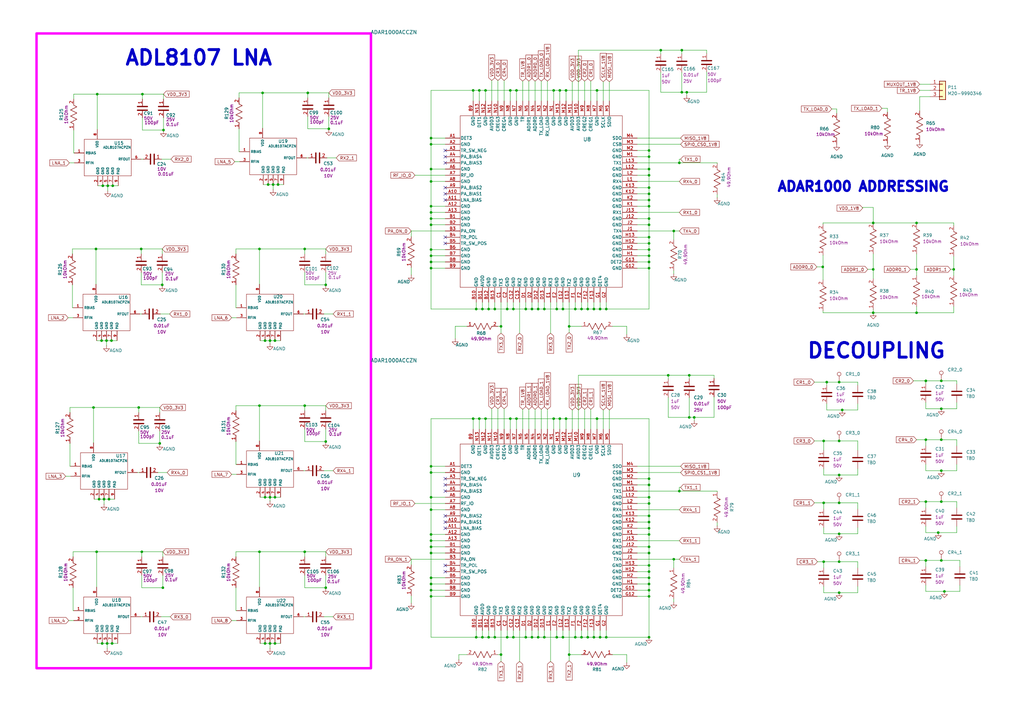
<source format=kicad_sch>
(kicad_sch (version 20250114) (generator "eeschema") (generator_version "9.0")
  (paper "A3")
  (rectangle (start 14.986 13.716) (end 152.146 274.066) (stroke (width 1) (color 255 0 255 1)))
  (text "ADL8107 LNA" (at 81.534 23.876 0) (effects (font (size 6 6) (thickness 1.2) (bold yes))))
  (text "ADAR1000 ADDRESSING" (at 354.076 76.708 0) (effects (font (size 4 4) (thickness 1.2) (bold yes))))
  (text "DECOUPLING" (at 359.41 144.018 0) (effects (font (size 6 6) (thickness 1.2) (bold yes))))
  (junction (at 39.878 38.608))
  (junction (at 108.712 139.7))
  (junction (at 58.166 226.314))
  (junction (at 200.406 126.746))
  (junction (at 176.784 193.802))
  (junction (at 66.548 116.84))
  (junction (at 106.426 166.37))
  (junction (at 176.784 102.362))
  (junction (at 176.784 203.962))
  (junction (at 200.406 261.366))
  (junction (at 44.704 204.724))
  (junction (at 276.352 229.362))
  (junction (at 195.326 261.366))
  (junction (at 176.784 104.902))
  (junction (at 243.586 126.746))
  (junction (at 266.192 84.582))
  (junction (at 345.44 168.148))
  (junction (at 109.982 75.692))
  (junction (at 67.056 53.34))
  (junction (at 107.696 38.1))
  (junction (at 266.192 239.522))
  (junction (at 386.08 167.64))
  (junction (at 344.17 218.948))
  (junction (at 215.646 261.366))
  (junction (at 227.076 37.084))
  (junction (at 112.014 75.692))
  (junction (at 386.08 205.74))
  (junction (at 176.784 74.422))
  (junction (at 233.426 268.478))
  (junction (at 176.784 226.822))
  (junction (at 278.638 201.422))
  (junction (at 176.784 219.202))
  (junction (at 266.192 107.442))
  (junction (at 232.156 37.084))
  (junction (at 241.046 126.746))
  (junction (at 266.192 102.362))
  (junction (at 379.73 156.21))
  (junction (at 220.726 261.366))
  (junction (at 266.192 92.202))
  (junction (at 228.346 126.746))
  (junction (at 196.596 171.704))
  (junction (at 176.784 56.642))
  (junction (at 210.566 126.746))
  (junction (at 344.17 230.378))
  (junction (at 244.856 37.084))
  (junction (at 39.624 226.314))
  (junction (at 281.686 37.846))
  (junction (at 266.192 261.366))
  (junction (at 266.192 196.342))
  (junction (at 337.82 230.378))
  (junction (at 344.17 243.078))
  (junction (at 266.192 236.982))
  (junction (at 194.056 171.704))
  (junction (at 266.192 244.602))
  (junction (at 110.744 203.962))
  (junction (at 279.654 37.846))
  (junction (at 387.35 242.57))
  (junction (at 176.784 236.982))
  (junction (at 110.744 139.7))
  (junction (at 386.08 156.21))
  (junction (at 266.192 198.882))
  (junction (at 223.266 261.366))
  (junction (at 266.192 64.262))
  (junction (at 124.968 102.108))
  (junction (at 112.776 263.906))
  (junction (at 176.784 209.042))
  (junction (at 358.14 128.27))
  (junction (at 114.046 75.692))
  (junction (at 124.968 226.314))
  (junction (at 195.326 126.746))
  (junction (at 106.426 226.314))
  (junction (at 112.776 203.962))
  (junction (at 266.192 224.282))
  (junction (at 196.596 37.084))
  (junction (at 337.82 206.248))
  (junction (at 344.17 194.818))
  (junction (at 38.354 167.132))
  (junction (at 375.92 91.44))
  (junction (at 209.296 171.704))
  (junction (at 266.192 89.662))
  (junction (at 39.37 102.108))
  (junction (at 384.81 218.44))
  (junction (at 176.784 244.602))
  (junction (at 278.638 66.802))
  (junction (at 133.604 116.84))
  (junction (at 176.784 59.182))
  (junction (at 108.712 203.962))
  (junction (at 176.784 84.582))
  (junction (at 266.192 203.962))
  (junction (at 375.92 110.49))
  (junction (at 45.974 263.906))
  (junction (at 266.192 216.662))
  (junction (at 43.688 139.7))
  (junction (at 337.82 180.848))
  (junction (at 266.192 61.722))
  (junction (at 205.486 268.478))
  (junction (at 66.802 241.046))
  (junction (at 266.192 76.962))
  (junction (at 230.886 261.366))
  (junction (at 220.726 126.746))
  (junction (at 176.784 87.122))
  (junction (at 358.14 110.49))
  (junction (at 271.018 20.574))
  (junction (at 241.046 261.366))
  (junction (at 235.966 126.746))
  (junction (at 133.604 181.102))
  (junction (at 386.08 180.34))
  (junction (at 358.14 91.44))
  (junction (at 379.73 180.34))
  (junction (at 58.42 38.608))
  (junction (at 266.192 99.822))
  (junction (at 266.192 211.582))
  (junction (at 176.784 109.982))
  (junction (at 229.616 37.084))
  (junction (at 282.702 153.924))
  (junction (at 45.72 139.7))
  (junction (at 266.192 71.882))
  (junction (at 279.654 20.574))
  (junction (at 215.646 126.746))
  (junction (at 229.616 171.704))
  (junction (at 40.64 204.724))
  (junction (at 42.164 76.2))
  (junction (at 218.186 126.746))
  (junction (at 46.228 76.2))
  (junction (at 65.532 181.864))
  (junction (at 176.784 224.282))
  (junction (at 344.17 156.718))
  (junction (at 112.776 139.7))
  (junction (at 41.91 263.906))
  (junction (at 282.702 171.196))
  (junction (at 205.486 133.858))
  (junction (at 337.4494 109.474))
  (junction (at 209.296 37.084))
  (junction (at 197.866 126.746))
  (junction (at 199.136 171.704))
  (junction (at 238.506 261.366))
  (junction (at 379.73 229.87))
  (junction (at 266.192 109.982))
  (junction (at 211.836 37.084))
  (junction (at 344.17 180.848))
  (junction (at 43.942 263.906))
  (junction (at 284.734 171.196))
  (junction (at 266.192 104.902))
  (junction (at 44.196 76.2))
  (junction (at 41.656 139.7))
  (junction (at 276.352 94.742))
  (junction (at 274.066 153.924))
  (junction (at 108.712 263.906))
  (junction (at 238.506 126.746))
  (junction (at 266.192 219.202))
  (junction (at 110.744 263.906))
  (junction (at 176.784 191.262))
  (junction (at 208.026 261.366))
  (junction (at 266.192 242.062))
  (junction (at 176.784 89.662))
  (junction (at 197.866 261.366))
  (junction (at 266.192 82.042))
  (junction (at 176.784 107.442))
  (junction (at 133.604 241.046))
  (junction (at 344.17 206.248))
  (junction (at 243.586 261.366))
  (junction (at 106.426 102.108))
  (junction (at 232.156 171.704))
  (junction (at 211.836 171.704))
  (junction (at 386.08 229.87))
  (junction (at 176.784 92.202))
  (junction (at 202.946 126.746))
  (junction (at 266.192 206.502))
  (junction (at 266.192 97.282))
  (junction (at 210.566 261.366))
  (junction (at 126.238 38.1))
  (junction (at 391.16 110.49))
  (junction (at 246.126 261.366))
  (junction (at 235.966 261.366))
  (junction (at 339.09 156.718))
  (junction (at 246.126 126.746))
  (junction (at 228.346 261.366))
  (junction (at 248.666 261.366))
  (junction (at 208.026 126.746))
  (junction (at 176.784 221.742))
  (junction (at 199.136 37.084))
  (junction (at 266.192 231.902))
  (junction (at 386.08 193.04))
  (junction (at 379.73 205.74))
  (junction (at 266.192 226.822))
  (junction (at 194.056 37.084))
  (junction (at 223.266 126.746))
  (junction (at 56.896 167.132))
  (junction (at 266.192 214.122))
  (junction (at 230.886 126.746))
  (junction (at 244.856 171.704))
  (junction (at 176.784 239.522))
  (junction (at 202.946 261.366))
  (junction (at 233.426 133.858))
  (junction (at 266.192 234.442))
  (junction (at 134.874 52.832))
  (junction (at 57.912 102.108))
  (junction (at 42.672 204.724))
  (junction (at 218.186 261.366))
  (junction (at 375.92 128.27))
  (junction (at 248.666 126.746))
  (junction (at 124.968 166.37))
  (junction (at 176.784 69.342))
  (junction (at 266.192 69.342))
  (junction (at 176.784 242.062))
  (junction (at 266.192 79.502))
  (junction (at 227.076 171.704))
  (no_connect (at 182.626 64.262))
  (no_connect (at 182.626 198.882))
  (no_connect (at 182.626 231.902))
  (no_connect (at 182.626 79.502))
  (no_connect (at 182.626 214.122))
  (no_connect (at 182.626 76.962))
  (no_connect (at 182.626 211.582))
  (no_connect (at 182.626 99.822))
  (no_connect (at 182.626 196.342))
  (no_connect (at 182.626 216.662))
  (no_connect (at 182.626 61.722))
  (no_connect (at 182.626 97.282))
  (no_connect (at 182.626 66.802))
  (no_connect (at 182.626 201.422))
  (no_connect (at 182.626 234.442))
  (no_connect (at 182.626 82.042))
  (wire (pts (xy 379.73 193.04) (xy 386.08 193.04)))
  (wire (pts (xy 204.216 33.02) (xy 204.216 41.402)))
  (wire (pts (xy 337.566 91.44) (xy 337.566 91.948)))
  (wire (pts (xy 282.702 153.924) (xy 292.862 153.924)))
  (wire (pts (xy 213.106 136.652) (xy 213.106 123.952)))
  (wire (pts (xy 43.942 265.938) (xy 43.942 263.906)))
  (wire (pts (xy 227.076 37.084) (xy 227.076 41.402)))
  (wire (pts (xy 201.676 33.02) (xy 201.676 41.402)))
  (wire (pts (xy 238.506 123.952) (xy 238.506 126.746)))
  (wire (pts (xy 276.352 94.742) (xy 278.638 94.742)))
  (wire (pts (xy 30.226 38.608) (xy 39.878 38.608)))
  (wire (pts (xy 379.73 180.34) (xy 386.08 180.34)))
  (wire (pts (xy 29.718 126.238) (xy 29.972 126.238)))
  (wire (pts (xy 244.856 171.704) (xy 244.856 176.022)))
  (wire (pts (xy 69.85 252.984) (xy 66.04 252.984)))
  (wire (pts (xy 96.774 241.046) (xy 96.774 250.444)))
  (wire (pts (xy 133.604 241.3) (xy 133.604 241.046)))
  (wire (pts (xy 375.92 180.34) (xy 379.73 180.34)))
  (wire (pts (xy 237.236 20.574) (xy 271.018 20.574)))
  (wire (pts (xy 202.946 126.746) (xy 208.026 126.746)))
  (wire (pts (xy 266.192 171.704) (xy 244.856 171.704)))
  (wire (pts (xy 39.624 240.792) (xy 39.624 226.314)))
  (wire (pts (xy 205.486 258.572) (xy 205.486 268.478)))
  (wire (pts (xy 196.596 41.402) (xy 196.596 37.084)))
  (wire (pts (xy 339.09 156.718) (xy 344.17 156.718)))
  (wire (pts (xy 281.686 37.846) (xy 289.814 37.846)))
  (wire (pts (xy 176.784 104.902) (xy 176.784 102.362)))
  (wire (pts (xy 206.756 33.02) (xy 206.756 41.402)))
  (wire (pts (xy 196.596 37.084) (xy 199.136 37.084)))
  (wire (pts (xy 44.196 76.2) (xy 46.228 76.2)))
  (wire (pts (xy 261.366 69.342) (xy 266.192 69.342)))
  (wire (pts (xy 261.366 226.822) (xy 266.192 226.822)))
  (wire (pts (xy 373.38 110.49) (xy 375.92 110.49)))
  (wire (pts (xy 266.192 203.962) (xy 266.192 206.502)))
  (wire (pts (xy 28.702 169.164) (xy 28.702 167.132)))
  (wire (pts (xy 353.822 85.09) (xy 353.822 85.344)))
  (wire (pts (xy 56.896 167.132) (xy 56.896 169.164)))
  (wire (pts (xy 266.192 76.962) (xy 266.192 71.882)))
  (wire (pts (xy 375.92 110.49) (xy 375.92 113.03)))
  (wire (pts (xy 200.406 126.746) (xy 202.946 126.746)))
  (wire (pts (xy 266.192 234.442) (xy 266.192 231.902)))
  (wire (pts (xy 276.352 94.742) (xy 276.352 98.298)))
  (wire (pts (xy 106.426 166.37) (xy 124.968 166.37)))
  (wire (pts (xy 344.17 218.948) (xy 337.82 218.948)))
  (wire (pts (xy 205.486 123.952) (xy 205.486 133.858)))
  (wire (pts (xy 124.968 235.966) (xy 124.968 241.046)))
  (wire (pts (xy 202.946 258.572) (xy 202.946 261.366)))
  (wire (pts (xy 176.784 89.662) (xy 176.784 87.122)))
  (wire (pts (xy 195.326 123.952) (xy 195.326 126.746)))
  (wire (pts (xy 176.784 102.362) (xy 176.784 92.202)))
  (wire (pts (xy 279.146 199.898) (xy 278.638 199.898)))
  (wire (pts (xy 261.366 89.662) (xy 266.192 89.662)))
  (wire (pts (xy 98.044 38.1) (xy 107.696 38.1)))
  (wire (pts (xy 195.326 261.366) (xy 197.866 261.366)))
  (wire (pts (xy 114.046 75.692) (xy 116.332 75.692)))
  (wire (pts (xy 176.784 87.122) (xy 176.784 84.582)))
  (wire (pts (xy 266.192 109.982) (xy 266.192 126.746)))
  (wire (pts (xy 278.638 65.278) (xy 278.638 66.802)))
  (wire (pts (xy 110.744 265.938) (xy 110.744 263.906)))
  (wire (pts (xy 176.784 221.742) (xy 182.626 221.742)))
  (wire (pts (xy 176.784 191.262) (xy 176.784 193.802)))
  (wire (pts (xy 210.566 261.366) (xy 215.646 261.366)))
  (wire (pts (xy 233.426 268.478) (xy 238.506 268.478)))
  (wire (pts (xy 337.82 180.848) (xy 344.17 180.848)))
  (wire (pts (xy 124.968 166.37) (xy 124.968 168.402)))
  (wire (pts (xy 381.508 39.624) (xy 377.19 39.624)))
  (wire (pts (xy 266.192 242.062) (xy 266.192 244.602)))
  (wire (pts (xy 133.604 226.314) (xy 133.604 228.346)))
  (wire (pts (xy 386.08 229.87) (xy 393.7 229.87)))
  (wire (pts (xy 106.426 102.108) (xy 124.968 102.108)))
  (wire (pts (xy 248.666 258.572) (xy 248.666 261.366)))
  (wire (pts (xy 206.756 167.64) (xy 206.756 176.022)))
  (wire (pts (xy 66.548 111.76) (xy 66.548 116.84)))
  (wire (pts (xy 351.79 156.718) (xy 351.79 157.988)))
  (wire (pts (xy 96.774 104.14) (xy 96.774 102.108)))
  (wire (pts (xy 168.656 94.742) (xy 168.656 97.028)))
  (wire (pts (xy 56.388 193.802) (xy 57.15 193.802)))
  (wire (pts (xy 344.17 206.248) (xy 351.79 206.248)))
  (wire (pts (xy 28.702 191.262) (xy 28.956 191.262)))
  (wire (pts (xy 278.638 221.742) (xy 261.366 221.742)))
  (wire (pts (xy 242.316 33.274) (xy 242.316 41.402)))
  (wire (pts (xy 261.366 201.422) (xy 278.638 201.422)))
  (wire (pts (xy 124.968 111.76) (xy 124.968 116.84)))
  (wire (pts (xy 39.878 38.608) (xy 58.42 38.608)))
  (wire (pts (xy 126.238 38.1) (xy 134.874 38.1)))
  (wire (pts (xy 124.46 128.778) (xy 125.222 128.778)))
  (wire (pts (xy 334.01 206.248) (xy 337.82 206.248)))
  (wire (pts (xy 261.366 109.982) (xy 266.192 109.982)))
  (wire (pts (xy 96.774 168.402) (xy 96.774 166.37)))
  (wire (pts (xy 261.366 102.362) (xy 266.192 102.362)))
  (wire (pts (xy 230.886 123.952) (xy 230.886 126.746)))
  (wire (pts (xy 386.08 193.04) (xy 392.43 193.04)))
  (wire (pts (xy 379.73 190.5) (xy 379.73 193.04)))
  (wire (pts (xy 261.366 216.662) (xy 266.192 216.662)))
  (wire (pts (xy 266.192 224.282) (xy 266.192 226.822)))
  (wire (pts (xy 261.366 82.042) (xy 266.192 82.042)))
  (wire (pts (xy 137.922 64.77) (xy 134.112 64.77)))
  (wire (pts (xy 379.73 165.1) (xy 379.73 167.64)))
  (wire (pts (xy 45.72 139.7) (xy 48.006 139.7)))
  (wire (pts (xy 284.734 171.196) (xy 284.734 172.466)))
  (wire (pts (xy 205.486 133.858) (xy 204.216 133.858)))
  (wire (pts (xy 96.774 228.346) (xy 96.774 226.314)))
  (wire (pts (xy 337.82 230.378) (xy 344.17 230.378)))
  (wire (pts (xy 334.01 156.718) (xy 339.09 156.718)))
  (wire (pts (xy 337.82 216.408) (xy 337.82 218.948)))
  (wire (pts (xy 279.654 37.846) (xy 281.686 37.846)))
  (wire (pts (xy 261.366 76.962) (xy 266.192 76.962)))
  (wire (pts (xy 39.37 102.108) (xy 57.912 102.108)))
  (wire (pts (xy 208.026 261.366) (xy 210.566 261.366)))
  (wire (pts (xy 392.43 190.5) (xy 392.43 193.04)))
  (wire (pts (xy 391.16 105.156) (xy 391.16 110.49)))
  (wire (pts (xy 124.968 241.046) (xy 133.604 241.046)))
  (wire (pts (xy 133.604 235.966) (xy 133.604 241.046)))
  (wire (pts (xy 210.566 123.952) (xy 210.566 126.746)))
  (wire (pts (xy 294.132 215.646) (xy 294.132 214.376)))
  (wire (pts (xy 176.784 239.522) (xy 182.626 239.522)))
  (wire (pts (xy 387.35 242.57) (xy 379.73 242.57)))
  (wire (pts (xy 176.784 89.662) (xy 182.626 89.662)))
  (wire (pts (xy 176.784 104.902) (xy 182.626 104.902)))
  (wire (pts (xy 224.536 33.274) (xy 224.536 41.402)))
  (wire (pts (xy 176.784 126.746) (xy 195.326 126.746)))
  (wire (pts (xy 271.018 20.574) (xy 279.654 20.574)))
  (wire (pts (xy 98.044 62.23) (xy 98.298 62.23)))
  (wire (pts (xy 195.326 126.746) (xy 197.866 126.746)))
  (wire (pts (xy 266.192 82.042) (xy 266.192 84.582)))
  (wire (pts (xy 337.82 184.658) (xy 337.82 180.848)))
  (wire (pts (xy 65.532 167.132) (xy 65.532 169.164)))
  (wire (pts (xy 66.802 241.3) (xy 66.802 241.046)))
  (wire (pts (xy 223.266 123.952) (xy 223.266 126.746)))
  (wire (pts (xy 96.774 116.84) (xy 96.774 126.238)))
  (wire (pts (xy 337.82 192.278) (xy 337.82 194.818)))
  (wire (pts (xy 176.784 102.362) (xy 182.626 102.362)))
  (wire (pts (xy 67.056 38.608) (xy 67.056 40.64)))
  (wire (pts (xy 230.886 126.746) (xy 235.966 126.746)))
  (wire (pts (xy 351.79 192.278) (xy 351.79 194.818)))
  (wire (pts (xy 29.972 250.444) (xy 30.226 250.444)))
  (wire (pts (xy 176.784 37.084) (xy 176.784 56.642)))
  (wire (pts (xy 266.192 216.662) (xy 266.192 219.202)))
  (wire (pts (xy 219.456 33.274) (xy 219.456 41.402)))
  (wire (pts (xy 266.192 61.722) (xy 266.192 64.262)))
  (wire (pts (xy 67.056 48.26) (xy 67.056 53.34)))
  (wire (pts (xy 284.734 171.196) (xy 292.862 171.196)))
  (wire (pts (xy 176.784 191.262) (xy 182.626 191.262)))
  (wire (pts (xy 65.532 182.118) (xy 65.532 181.864)))
  (wire (pts (xy 110.744 205.486) (xy 110.744 203.962)))
  (wire (pts (xy 344.17 194.818) (xy 337.82 194.818)))
  (wire (pts (xy 58.42 53.34) (xy 67.056 53.34)))
  (wire (pts (xy 182.626 244.602) (xy 176.784 244.602)))
  (wire (pts (xy 230.886 258.572) (xy 230.886 261.366)))
  (wire (pts (xy 392.43 167.64) (xy 392.43 165.1)))
  (wire (pts (xy 227.076 171.704) (xy 229.616 171.704)))
  (wire (pts (xy 379.73 208.28) (xy 379.73 205.74)))
  (wire (pts (xy 215.646 261.366) (xy 218.186 261.366)))
  (wire (pts (xy 282.702 171.196) (xy 284.734 171.196)))
  (wire (pts (xy 176.784 236.982) (xy 176.784 226.822)))
  (wire (pts (xy 234.696 168.148) (xy 234.696 176.022)))
  (wire (pts (xy 57.404 128.778) (xy 58.166 128.778)))
  (wire (pts (xy 261.366 244.602) (xy 266.192 244.602)))
  (wire (pts (xy 41.91 263.906) (xy 43.942 263.906)))
  (wire (pts (xy 379.73 218.44) (xy 384.81 218.44)))
  (wire (pts (xy 40.132 76.2) (xy 42.164 76.2)))
  (wire (pts (xy 339.09 157.988) (xy 339.09 156.718)))
  (wire (pts (xy 124.968 116.84) (xy 133.604 116.84)))
  (wire (pts (xy 56.896 176.784) (xy 56.896 181.864)))
  (wire (pts (xy 133.604 176.022) (xy 133.604 181.102)))
  (wire (pts (xy 225.806 136.652) (xy 225.806 123.952)))
  (wire (pts (xy 266.192 37.084) (xy 244.856 37.084)))
  (wire (pts (xy 248.666 126.746) (xy 246.126 126.746)))
  (wire (pts (xy 205.486 268.478) (xy 204.216 268.478)))
  (wire (pts (xy 278.638 74.422) (xy 261.366 74.422)))
  (wire (pts (xy 353.822 85.09) (xy 358.14 85.09)))
  (wire (pts (xy 227.076 37.084) (xy 229.616 37.084)))
  (wire (pts (xy 107.696 38.1) (xy 126.238 38.1)))
  (wire (pts (xy 133.604 181.356) (xy 133.604 181.102)))
  (wire (pts (xy 176.784 193.802) (xy 182.626 193.802)))
  (wire (pts (xy 176.784 203.962) (xy 176.784 193.802)))
  (wire (pts (xy 374.65 156.21) (xy 379.73 156.21)))
  (wire (pts (xy 58.166 241.046) (xy 66.802 241.046)))
  (wire (pts (xy 241.046 258.572) (xy 241.046 261.366)))
  (wire (pts (xy 266.192 211.582) (xy 266.192 206.502)))
  (wire (pts (xy 218.186 126.746) (xy 220.726 126.746)))
  (wire (pts (xy 197.866 126.746) (xy 200.406 126.746)))
  (wire (pts (xy 134.874 53.086) (xy 134.874 52.832)))
  (wire (pts (xy 42.672 204.724) (xy 44.704 204.724)))
  (wire (pts (xy 229.616 37.084) (xy 232.156 37.084)))
  (wire (pts (xy 282.702 153.924) (xy 282.702 155.448)))
  (wire (pts (xy 96.774 190.5) (xy 97.028 190.5)))
  (wire (pts (xy 271.018 37.846) (xy 279.654 37.846)))
  (wire (pts (xy 337.566 128.27) (xy 358.14 128.27)))
  (wire (pts (xy 261.366 196.342) (xy 266.192 196.342)))
  (wire (pts (xy 391.16 128.27) (xy 391.16 125.73)))
  (wire (pts (xy 199.136 37.084) (xy 199.136 41.402)))
  (wire (pts (xy 58.42 38.608) (xy 67.056 38.608)))
  (wire (pts (xy 106.68 139.7) (xy 108.712 139.7)))
  (wire (pts (xy 170.18 71.882) (xy 182.626 71.882)))
  (wire (pts (xy 279.654 29.718) (xy 279.654 37.846)))
  (wire (pts (xy 108.712 263.906) (xy 110.744 263.906)))
  (wire (pts (xy 377.19 229.87) (xy 379.73 229.87)))
  (wire (pts (xy 351.79 180.848) (xy 351.79 184.658)))
  (wire (pts (xy 393.7 240.03) (xy 393.7 242.57)))
  (wire (pts (xy 337.82 240.538) (xy 337.82 243.078)))
  (wire (pts (xy 197.866 258.572) (xy 197.866 261.366)))
  (wire (pts (xy 39.624 139.7) (xy 41.656 139.7)))
  (wire (pts (xy 176.784 69.342) (xy 176.784 59.182)))
  (wire (pts (xy 200.406 123.952) (xy 200.406 126.746)))
  (wire (pts (xy 294.132 201.422) (xy 294.132 201.676)))
  (wire (pts (xy 176.784 109.982) (xy 176.784 107.442)))
  (wire (pts (xy 261.366 92.202) (xy 266.192 92.202)))
  (wire (pts (xy 176.784 203.962) (xy 182.626 203.962)))
  (wire (pts (xy 358.14 85.09) (xy 358.14 91.44)))
  (wire (pts (xy 58.166 226.314) (xy 58.166 228.346)))
  (wire (pts (xy 208.026 126.746) (xy 210.566 126.746)))
  (wire (pts (xy 124.968 181.102) (xy 133.604 181.102)))
  (wire (pts (xy 220.726 258.572) (xy 220.726 261.366)))
  (wire (pts (xy 392.43 205.74) (xy 392.43 208.28)))
  (wire (pts (xy 94.996 254.508) (xy 97.028 254.508)))
  (wire (pts (xy 29.972 226.314) (xy 39.624 226.314)))
  (wire (pts (xy 218.186 258.572) (xy 218.186 261.366)))
  (wire (pts (xy 57.658 252.984) (xy 58.42 252.984)))
  (wire (pts (xy 232.156 171.704) (xy 244.856 171.704)))
  (wire (pts (xy 195.326 258.572) (xy 195.326 261.366)))
  (wire (pts (xy 26.924 195.326) (xy 28.956 195.326)))
  (wire (pts (xy 194.056 176.022) (xy 194.056 171.704)))
  (wire (pts (xy 68.58 193.802) (xy 64.77 193.802)))
  (wire (pts (xy 210.566 126.746) (xy 215.646 126.746)))
  (wire (pts (xy 337.566 128.27) (xy 337.566 127.508)))
  (wire (pts (xy 57.912 116.84) (xy 66.548 116.84)))
  (wire (pts (xy 197.866 261.366) (xy 200.406 261.366)))
  (wire (pts (xy 29.718 116.84) (xy 29.718 126.238)))
  (wire (pts (xy 377.19 37.084) (xy 381.508 37.084)))
  (wire (pts (xy 58.42 38.608) (xy 58.42 40.64)))
  (wire (pts (xy 289.814 20.574) (xy 289.814 21.844)))
  (wire (pts (xy 133.604 102.108) (xy 133.604 104.14)))
  (wire (pts (xy 176.784 242.062) (xy 176.784 239.522)))
  (wire (pts (xy 94.996 194.564) (xy 97.028 194.564)))
  (wire (pts (xy 106.426 180.848) (xy 106.426 166.37)))
  (wire (pts (xy 266.192 69.342) (xy 266.192 71.882)))
  (wire (pts (xy 384.81 218.44) (xy 392.43 218.44)))
  (wire (pts (xy 96.774 102.108) (xy 106.426 102.108)))
  (wire (pts (xy 235.966 258.572) (xy 235.966 261.366)))
  (wire (pts (xy 29.972 241.046) (xy 29.972 250.444)))
  (wire (pts (xy 176.784 219.202) (xy 176.784 209.042)))
  (wire (pts (xy 233.426 133.858) (xy 238.506 133.858)))
  (wire (pts (xy 218.186 261.366) (xy 220.726 261.366)))
  (wire (pts (xy 108.712 139.7) (xy 110.744 139.7)))
  (wire (pts (xy 28.702 181.864) (xy 28.702 191.262)))
  (wire (pts (xy 351.79 243.078) (xy 344.17 243.078)))
  (wire (pts (xy 56.896 181.864) (xy 65.532 181.864)))
  (wire (pts (xy 133.604 117.094) (xy 133.604 116.84)))
  (wire (pts (xy 344.17 180.848) (xy 351.79 180.848)))
  (wire (pts (xy 38.354 181.61) (xy 38.354 167.132)))
  (wire (pts (xy 292.862 171.196) (xy 292.862 162.814)))
  (wire (pts (xy 28.702 167.132) (xy 38.354 167.132)))
  (wire (pts (xy 386.08 167.64) (xy 392.43 167.64)))
  (wire (pts (xy 266.192 211.582) (xy 266.192 214.122)))
  (wire (pts (xy 98.044 52.832) (xy 98.044 62.23)))
  (wire (pts (xy 358.14 110.49) (xy 358.14 114.3)))
  (wire (pts (xy 282.702 163.068) (xy 282.702 171.196)))
  (wire (pts (xy 96.774 226.314) (xy 106.426 226.314)))
  (wire (pts (xy 30.226 53.34) (xy 30.226 62.738)))
  (wire (pts (xy 246.126 261.366) (xy 243.586 261.366)))
  (wire (pts (xy 228.346 126.746) (xy 230.886 126.746)))
  (wire (pts (xy 276.352 246.888) (xy 276.352 245.618)))
  (wire (pts (xy 257.048 133.858) (xy 251.206 133.858)))
  (wire (pts (xy 344.17 230.378) (xy 351.79 230.378)))
  (wire (pts (xy 278.638 201.422) (xy 294.132 201.422)))
  (wire (pts (xy 271.018 29.718) (xy 271.018 37.846)))
  (wire (pts (xy 46.228 76.2) (xy 48.514 76.2)))
  (wire (pts (xy 276.352 229.362) (xy 278.638 229.362)))
  (wire (pts (xy 237.236 20.574) (xy 237.236 41.402)))
  (wire (pts (xy 57.912 102.108) (xy 57.912 104.14)))
  (wire (pts (xy 375.92 104.14) (xy 375.92 110.49)))
  (wire (pts (xy 218.186 123.952) (xy 218.186 126.746)))
  (wire (pts (xy 232.156 41.402) (xy 232.156 37.084)))
  (wire (pts (xy 334.01 180.848) (xy 337.82 180.848)))
  (wire (pts (xy 191.516 133.858) (xy 186.69 133.858)))
  (wire (pts (xy 58.42 48.26) (xy 58.42 53.34)))
  (wire (pts (xy 199.136 171.704) (xy 209.296 171.704)))
  (wire (pts (xy 266.192 37.084) (xy 266.192 61.722)))
  (wire (pts (xy 168.656 247.396) (xy 168.656 244.348)))
  (wire (pts (xy 238.506 261.366) (xy 241.046 261.366)))
  (wire (pts (xy 266.192 102.362) (xy 266.192 99.822)))
  (wire (pts (xy 266.192 196.342) (xy 266.192 198.882)))
  (wire (pts (xy 229.616 37.084) (xy 229.616 41.402)))
  (wire (pts (xy 274.066 171.196) (xy 282.702 171.196)))
  (wire (pts (xy 339.09 168.148) (xy 345.44 168.148)))
  (wire (pts (xy 124.968 102.108) (xy 133.604 102.108)))
  (wire (pts (xy 191.516 268.478) (xy 188.214 268.478)))
  (wire (pts (xy 232.156 176.022) (xy 232.156 171.704)))
  (wire (pts (xy 38.354 167.132) (xy 56.896 167.132)))
  (wire (pts (xy 358.14 91.44) (xy 375.92 91.44)))
  (wire (pts (xy 106.68 203.962) (xy 108.712 203.962)))
  (wire (pts (xy 176.784 236.982) (xy 182.626 236.982)))
  (wire (pts (xy 44.704 204.724) (xy 46.99 204.724)))
  (wire (pts (xy 134.874 38.1) (xy 134.874 40.132)))
  (wire (pts (xy 266.192 76.962) (xy 266.192 79.502)))
  (wire (pts (xy 274.066 163.068) (xy 274.066 171.196)))
  (wire (pts (xy 202.946 261.366) (xy 208.026 261.366)))
  (wire (pts (xy 261.366 79.502) (xy 266.192 79.502)))
  (wire (pts (xy 257.048 268.478) (xy 251.206 268.478)))
  (wire (pts (xy 209.296 171.704) (xy 211.836 171.704)))
  (wire (pts (xy 199.136 171.704) (xy 199.136 176.022)))
  (wire (pts (xy 176.784 224.282) (xy 182.626 224.282)))
  (wire (pts (xy 392.43 180.34) (xy 392.43 182.88)))
  (wire (pts (xy 96.774 126.238) (xy 97.028 126.238)))
  (wire (pts (xy 30.226 40.64) (xy 30.226 38.608)))
  (wire (pts (xy 208.026 258.572) (xy 208.026 261.366)))
  (wire (pts (xy 108.712 203.962) (xy 110.744 203.962)))
  (wire (pts (xy 337.82 206.248) (xy 344.17 206.248)))
  (wire (pts (xy 30.226 62.738) (xy 30.48 62.738)))
  (wire (pts (xy 28.448 66.802) (xy 30.48 66.802)))
  (wire (pts (xy 216.916 167.894) (xy 216.916 176.022)))
  (wire (pts (xy 43.688 141.732) (xy 43.688 139.7)))
  (wire (pts (xy 176.784 244.602) (xy 176.784 242.062)))
  (wire (pts (xy 202.946 123.952) (xy 202.946 126.746)))
  (wire (pts (xy 29.718 104.14) (xy 29.718 102.108)))
  (wire (pts (xy 243.586 126.746) (xy 243.586 123.952)))
  (wire (pts (xy 98.044 40.132) (xy 98.044 38.1)))
  (wire (pts (xy 351.79 168.148) (xy 351.79 165.608)))
  (wire (pts (xy 233.426 258.572) (xy 233.426 268.478)))
  (wire (pts (xy 176.784 92.202) (xy 176.784 89.662)))
  (wire (pts (xy 266.192 219.202) (xy 266.192 224.282)))
  (wire (pts (xy 211.836 171.704) (xy 211.836 176.022)))
  (wire (pts (xy 194.056 171.704) (xy 176.784 171.704)))
  (wire (pts (xy 107.95 75.692) (xy 109.982 75.692)))
  (wire (pts (xy 112.014 77.724) (xy 112.014 75.692)))
  (wire (pts (xy 200.406 261.366) (xy 202.946 261.366)))
  (wire (pts (xy 57.912 102.108) (xy 66.548 102.108)))
  (wire (pts (xy 266.192 84.582) (xy 266.192 89.662)))
  (wire (pts (xy 271.018 22.098) (xy 271.018 20.574)))
  (wire (pts (xy 292.862 153.924) (xy 292.862 155.194)))
  (wire (pts (xy 215.646 258.572) (xy 215.646 261.366)))
  (wire (pts (xy 223.266 261.366) (xy 228.346 261.366)))
  (wire (pts (xy 243.586 261.366) (xy 243.586 258.572)))
  (wire (pts (xy 176.784 239.522) (xy 176.784 236.982)))
  (wire (pts (xy 379.73 167.64) (xy 386.08 167.64)))
  (wire (pts (xy 229.616 171.704) (xy 232.156 171.704)))
  (wire (pts (xy 261.366 97.282) (xy 266.192 97.282)))
  (wire (pts (xy 44.196 78.232) (xy 44.196 76.2)))
  (wire (pts (xy 246.126 258.572) (xy 246.126 261.366)))
  (wire (pts (xy 377.19 39.624) (xy 377.19 45.466)))
  (wire (pts (xy 247.396 168.148) (xy 247.396 176.022)))
  (wire (pts (xy 94.996 130.302) (xy 97.028 130.302)))
  (wire (pts (xy 242.316 167.894) (xy 242.316 176.022)))
  (wire (pts (xy 238.506 126.746) (xy 241.046 126.746)))
  (wire (pts (xy 261.366 94.742) (xy 276.352 94.742)))
  (wire (pts (xy 112.776 263.906) (xy 115.062 263.906)))
  (wire (pts (xy 261.366 236.982) (xy 266.192 236.982)))
  (wire (pts (xy 210.566 258.572) (xy 210.566 261.366)))
  (wire (pts (xy 227.076 171.704) (xy 227.076 176.022)))
  (wire (pts (xy 219.456 167.894) (xy 219.456 176.022)))
  (wire (pts (xy 58.166 235.966) (xy 58.166 241.046)))
  (wire (pts (xy 209.296 37.084) (xy 209.296 41.402)))
  (wire (pts (xy 215.646 123.952) (xy 215.646 126.746)))
  (wire (pts (xy 386.08 156.21) (xy 392.43 156.21)))
  (wire (pts (xy 176.784 226.822) (xy 182.626 226.822)))
  (wire (pts (xy 239.776 167.894) (xy 239.776 176.022)))
  (wire (pts (xy 124.968 176.022) (xy 124.968 181.102)))
  (wire (pts (xy 358.14 104.14) (xy 358.14 110.49)))
  (wire (pts (xy 391.16 91.44) (xy 391.16 92.456)))
  (wire (pts (xy 126.238 52.832) (xy 134.874 52.832)))
  (wire (pts (xy 66.548 117.094) (xy 66.548 116.84)))
  (wire (pts (xy 200.406 258.572) (xy 200.406 261.366)))
  (wire (pts (xy 266.192 261.366) (xy 248.666 261.366)))
  (wire (pts (xy 379.73 182.88) (xy 379.73 180.34)))
  (wire (pts (xy 220.726 126.746) (xy 223.266 126.746)))
  (wire (pts (xy 266.192 102.362) (xy 266.192 104.902)))
  (wire (pts (xy 112.014 75.692) (xy 114.046 75.692)))
  (wire (pts (xy 205.486 271.272) (xy 205.486 268.478)))
  (wire (pts (xy 106.426 116.586) (xy 106.426 102.108)))
  (wire (pts (xy 246.126 126.746) (xy 243.586 126.746)))
  (wire (pts (xy 211.836 171.704) (xy 227.076 171.704)))
  (wire (pts (xy 266.192 198.882) (xy 261.366 198.882)))
  (wire (pts (xy 230.886 261.366) (xy 235.966 261.366)))
  (wire (pts (xy 361.696 44.45) (xy 363.982 44.45)))
  (wire (pts (xy 248.666 123.952) (xy 248.666 126.746)))
  (wire (pts (xy 28.194 254.508) (xy 30.226 254.508)))
  (wire (pts (xy 266.192 99.822) (xy 266.192 97.282)))
  (wire (pts (xy 112.776 203.962) (xy 115.062 203.962)))
  (wire (pts (xy 220.726 123.952) (xy 220.726 126.746)))
  (wire (pts (xy 176.784 87.122) (xy 182.626 87.122)))
  (wire (pts (xy 392.43 215.9) (xy 392.43 218.44)))
  (wire (pts (xy 337.4494 109.474) (xy 337.4546 109.474)))
  (wire (pts (xy 377.19 205.74) (xy 379.73 205.74)))
  (wire (pts (xy 208.026 123.952) (xy 208.026 126.746)))
  (wire (pts (xy 233.426 123.952) (xy 233.426 133.858)))
  (wire (pts (xy 235.966 126.746) (xy 238.506 126.746)))
  (wire (pts (xy 176.784 171.704) (xy 176.784 191.262)))
  (wire (pts (xy 294.132 66.802) (xy 294.132 67.056)))
  (wire (pts (xy 389.89 110.49) (xy 391.16 110.49)))
  (wire (pts (xy 358.14 128.27) (xy 358.14 127)))
  (wire (pts (xy 377.19 34.544) (xy 381.508 34.544)))
  (wire (pts (xy 96.774 181.102) (xy 96.774 190.5)))
  (wire (pts (xy 393.7 229.87) (xy 393.7 232.41)))
  (wire (pts (xy 351.79 194.818) (xy 344.17 194.818)))
  (wire (pts (xy 232.156 37.084) (xy 244.856 37.084)))
  (wire (pts (xy 176.784 244.602) (xy 176.784 261.366)))
  (wire (pts (xy 176.784 221.742) (xy 176.784 219.202)))
  (wire (pts (xy 125.73 64.77) (xy 126.492 64.77)))
  (wire (pts (xy 176.784 209.042) (xy 182.626 209.042)))
  (wire (pts (xy 42.672 206.756) (xy 42.672 204.724)))
  (wire (pts (xy 233.426 133.858) (xy 233.426 136.398)))
  (wire (pts (xy 176.784 74.422) (xy 176.784 69.342)))
  (wire (pts (xy 204.216 167.64) (xy 204.216 176.022)))
  (wire (pts (xy 124.968 166.37) (xy 133.604 166.37)))
  (wire (pts (xy 182.626 229.362) (xy 168.656 229.362)))
  (wire (pts (xy 176.784 107.442) (xy 176.784 104.902)))
  (wire (pts (xy 45.974 263.906) (xy 48.26 263.906)))
  (wire (pts (xy 29.972 228.346) (xy 29.972 226.314)))
  (wire (pts (xy 351.79 218.948) (xy 344.17 218.948)))
  (wire (pts (xy 110.744 263.906) (xy 112.776 263.906)))
  (wire (pts (xy 379.73 215.9) (xy 379.73 218.44)))
  (wire (pts (xy 176.784 107.442) (xy 182.626 107.442)))
  (wire (pts (xy 261.366 71.882) (xy 266.192 71.882)))
  (wire (pts (xy 344.17 156.718) (xy 351.79 156.718)))
  (wire (pts (xy 197.866 123.952) (xy 197.866 126.746)))
  (wire (pts (xy 261.366 224.282) (xy 266.192 224.282)))
  (wire (pts (xy 176.784 56.642) (xy 176.784 59.182)))
  (wire (pts (xy 266.192 239.522) (xy 266.192 242.062)))
  (wire (pts (xy 39.624 226.314) (xy 58.166 226.314)))
  (wire (pts (xy 43.942 263.906) (xy 45.974 263.906)))
  (wire (pts (xy 194.056 37.084) (xy 176.784 37.084)))
  (wire (pts (xy 266.192 126.746) (xy 248.666 126.746)))
  (wire (pts (xy 110.744 203.962) (xy 112.776 203.962)))
  (wire (pts (xy 343.154 44.704) (xy 343.154 46.482)))
  (wire (pts (xy 241.046 123.952) (xy 241.046 126.746)))
  (wire (pts (xy 266.192 171.704) (xy 266.192 196.342)))
  (wire (pts (xy 351.79 230.378) (xy 351.79 232.918)))
  (wire (pts (xy 133.604 166.37) (xy 133.604 168.402)))
  (wire (pts (xy 278.638 209.042) (xy 261.366 209.042)))
  (wire (pts (xy 168.656 229.362) (xy 168.656 231.648)))
  (wire (pts (xy 386.08 180.34) (xy 392.43 180.34)))
  (wire (pts (xy 266.192 231.902) (xy 266.192 226.822)))
  (wire (pts (xy 266.192 236.982) (xy 266.192 239.522)))
  (wire (pts (xy 186.69 133.858) (xy 186.69 138.938)))
  (wire (pts (xy 235.966 261.366) (xy 238.506 261.366)))
  (wire (pts (xy 57.912 111.76) (xy 57.912 116.84)))
  (wire (pts (xy 279.654 20.574) (xy 289.814 20.574)))
  (wire (pts (xy 261.366 61.722) (xy 266.192 61.722)))
  (wire (pts (xy 249.936 33.528) (xy 249.936 41.402)))
  (wire (pts (xy 176.784 226.822) (xy 176.784 224.282)))
  (wire (pts (xy 235.966 123.952) (xy 235.966 126.746)))
  (wire (pts (xy 261.366 66.802) (xy 278.638 66.802)))
  (wire (pts (xy 176.784 92.202) (xy 182.626 92.202)))
  (wire (pts (xy 241.046 126.746) (xy 243.586 126.746)))
  (wire (pts (xy 344.17 243.078) (xy 337.82 243.078)))
  (wire (pts (xy 56.896 167.132) (xy 65.532 167.132)))
  (wire (pts (xy 276.352 112.268) (xy 276.352 110.998)))
  (wire (pts (xy 261.366 203.962) (xy 266.192 203.962)))
  (wire (pts (xy 261.366 234.442) (xy 266.192 234.442)))
  (wire (pts (xy 124.968 226.314) (xy 124.968 228.346)))
  (wire (pts (xy 337.82 208.788) (xy 337.82 206.248)))
  (wire (pts (xy 106.68 263.906) (xy 108.712 263.906)))
  (wire (pts (xy 339.09 165.608) (xy 339.09 168.148)))
  (wire (pts (xy 42.164 76.2) (xy 44.196 76.2)))
  (wire (pts (xy 43.688 139.7) (xy 45.72 139.7)))
  (wire (pts (xy 363.982 44.45) (xy 363.982 45.974)))
  (wire (pts (xy 110.744 139.7) (xy 112.776 139.7)))
  (wire (pts (xy 391.16 110.49) (xy 391.16 113.03)))
  (wire (pts (xy 27.94 130.302) (xy 29.972 130.302)))
  (wire (pts (xy 261.366 229.362) (xy 276.352 229.362)))
  (wire (pts (xy 182.626 94.742) (xy 168.656 94.742)))
  (wire (pts (xy 65.532 176.784) (xy 65.532 181.864)))
  (wire (pts (xy 133.604 111.76) (xy 133.604 116.84)))
  (wire (pts (xy 182.626 109.982) (xy 176.784 109.982)))
  (wire (pts (xy 176.784 219.202) (xy 182.626 219.202)))
  (wire (pts (xy 176.784 242.062) (xy 182.626 242.062)))
  (wire (pts (xy 209.296 37.084) (xy 211.836 37.084)))
  (wire (pts (xy 351.79 240.538) (xy 351.79 243.078)))
  (wire (pts (xy 345.44 168.148) (xy 351.79 168.148)))
  (wire (pts (xy 124.968 102.108) (xy 124.968 104.14)))
  (wire (pts (xy 238.506 258.572) (xy 238.506 261.366)))
  (wire (pts (xy 176.784 224.282) (xy 176.784 221.742)))
  (wire (pts (xy 274.066 153.924) (xy 282.702 153.924)))
  (wire (pts (xy 289.814 37.846) (xy 289.814 29.464)))
  (wire (pts (xy 337.4494 109.474) (xy 337.4494 109.4815)))
  (wire (pts (xy 228.346 261.366) (xy 230.886 261.366)))
  (wire (pts (xy 266.192 97.282) (xy 266.192 92.202)))
  (wire (pts (xy 228.346 258.572) (xy 228.346 261.366)))
  (wire (pts (xy 237.236 153.924) (xy 237.236 176.022)))
  (wire (pts (xy 136.652 252.984) (xy 132.842 252.984)))
  (wire (pts (xy 392.43 156.21) (xy 392.43 157.48)))
  (wire (pts (xy 266.192 64.262) (xy 261.366 64.262)))
  (wire (pts (xy 274.066 155.448) (xy 274.066 153.924)))
  (wire (pts (xy 214.376 167.894) (xy 214.376 176.022)))
  (wire (pts (xy 176.784 84.582) (xy 182.626 84.582)))
  (wire (pts (xy 337.566 104.648) (xy 337.566 114.808)))
  (wire (pts (xy 136.652 128.778) (xy 132.842 128.778)))
  (wire (pts (xy 358.14 128.27) (xy 375.92 128.27)))
  (wire (pts (xy 58.166 226.314) (xy 66.802 226.314)))
  (wire (pts (xy 241.046 261.366) (xy 243.586 261.366)))
  (wire (pts (xy 194.056 41.402) (xy 194.056 37.084)))
  (wire (pts (xy 281.686 37.846) (xy 281.686 39.116)))
  (wire (pts (xy 375.92 91.44) (xy 391.16 91.44)))
  (wire (pts (xy 69.596 128.778) (xy 65.786 128.778)))
  (wire (pts (xy 168.656 112.776) (xy 168.656 109.728)))
  (wire (pts (xy 223.266 258.572) (xy 223.266 261.366)))
  (wire (pts (xy 126.238 47.752) (xy 126.238 52.832)))
  (wire (pts (xy 279.146 56.642) (xy 261.366 56.642)))
  (wire (pts (xy 106.426 226.314) (xy 124.968 226.314)))
  (wire (pts (xy 278.638 199.898) (xy 278.638 201.422)))
  (wire (pts (xy 341.122 44.704) (xy 343.154 44.704)))
  (wire (pts (xy 375.92 125.73) (xy 375.92 128.27)))
  (wire (pts (xy 266.192 64.262) (xy 266.192 69.342)))
  (wire (pts (xy 351.79 206.248) (xy 351.79 208.788)))
  (wire (pts (xy 261.366 239.522) (xy 266.192 239.522)))
  (wire (pts (xy 261.366 211.582) (xy 266.192 211.582)))
  (wire (pts (xy 205.486 136.652) (xy 205.486 133.858)))
  (wire (pts (xy 375.92 128.27) (xy 391.16 128.27)))
  (wire (pts (xy 261.366 214.122) (xy 266.192 214.122)))
  (wire (pts (xy 176.784 261.366) (xy 195.326 261.366)))
  (wire (pts (xy 211.836 37.084) (xy 211.836 41.402)))
  (wire (pts (xy 223.266 126.746) (xy 228.346 126.746)))
  (wire (pts (xy 110.744 140.97) (xy 110.744 139.7)))
  (wire (pts (xy 196.596 171.704) (xy 199.136 171.704)))
  (wire (pts (xy 124.46 252.984) (xy 125.222 252.984)))
  (wire (pts (xy 194.056 171.704) (xy 196.596 171.704)))
  (wire (pts (xy 266.192 214.122) (xy 266.192 216.662)))
  (wire (pts (xy 266.192 89.662) (xy 266.192 92.202)))
  (wire (pts (xy 279.146 59.182) (xy 261.366 59.182)))
  (wire (pts (xy 211.836 37.084) (xy 227.076 37.084)))
  (wire (pts (xy 66.802 235.966) (xy 66.802 241.046)))
  (wire (pts (xy 41.656 139.7) (xy 43.688 139.7)))
  (wire (pts (xy 229.616 171.704) (xy 229.616 176.022)))
  (wire (pts (xy 335.28 230.378) (xy 337.82 230.378)))
  (wire (pts (xy 246.126 123.952) (xy 246.126 126.746)))
  (wire (pts (xy 96.774 250.444) (xy 97.028 250.444)))
  (wire (pts (xy 39.878 263.906) (xy 41.91 263.906)))
  (wire (pts (xy 38.608 204.724) (xy 40.64 204.724)))
  (wire (pts (xy 379.73 229.87) (xy 386.08 229.87)))
  (wire (pts (xy 67.056 53.594) (xy 67.056 53.34)))
  (wire (pts (xy 176.784 69.342) (xy 182.626 69.342)))
  (wire (pts (xy 170.18 206.502) (xy 182.626 206.502)))
  (wire (pts (xy 379.73 205.74) (xy 386.08 205.74)))
  (wire (pts (xy 40.64 204.724) (xy 42.672 204.724)))
  (wire (pts (xy 194.056 37.084) (xy 196.596 37.084)))
  (wire (pts (xy 124.968 226.314) (xy 133.604 226.314)))
  (wire (pts (xy 279.146 193.802) (xy 261.366 193.802)))
  (wire (pts (xy 278.638 66.802) (xy 294.132 66.802)))
  (wire (pts (xy 66.548 102.108) (xy 66.548 104.14)))
  (wire (pts (xy 215.646 126.746) (xy 218.186 126.746)))
  (wire (pts (xy 112.776 139.7) (xy 115.062 139.7)))
  (wire (pts (xy 176.784 56.642) (xy 182.626 56.642)))
  (wire (pts (xy 124.46 193.04) (xy 125.222 193.04)))
  (wire (pts (xy 70.104 65.278) (xy 66.294 65.278)))
  (wire (pts (xy 66.802 226.314) (xy 66.802 228.346)))
  (wire (pts (xy 393.7 242.57) (xy 387.35 242.57)))
  (wire (pts (xy 176.784 209.042) (xy 176.784 203.962)))
  (wire (pts (xy 261.366 84.582) (xy 266.192 84.582)))
  (wire (pts (xy 337.566 91.44) (xy 358.14 91.44)))
  (wire (pts (xy 335.026 109.474) (xy 337.4494 109.474)))
  (wire (pts (xy 351.79 216.408) (xy 351.79 218.948)))
  (wire (pts (xy 266.192 244.602) (xy 266.192 261.366)))
  (wire (pts (xy 201.676 167.64) (xy 201.676 176.022)))
  (wire (pts (xy 266.192 79.502) (xy 266.192 82.042)))
  (wire (pts (xy 249.936 168.148) (xy 249.936 176.022)))
  (wire (pts (xy 228.346 123.952) (xy 228.346 126.746)))
  (wire (pts (xy 261.366 99.822) (xy 266.192 99.822)))
  (wire (pts (xy 261.366 231.902) (xy 266.192 231.902)))
  (wire (pts (xy 96.774 166.37) (xy 106.426 166.37)))
  (wire (pts (xy 261.366 104.902) (xy 266.192 104.902)))
  (wire (pts (xy 107.696 52.578) (xy 107.696 38.1)))
  (wire (pts (xy 261.366 219.202) (xy 266.192 219.202)))
  (wire (pts (xy 379.73 240.03) (xy 379.73 242.57)))
  (wire (pts (xy 244.856 37.084) (xy 244.856 41.402)))
  (wire (pts (xy 379.73 156.21) (xy 386.08 156.21)))
  (wire (pts (xy 266.192 107.442) (xy 266.192 109.982)))
  (wire (pts (xy 225.806 271.272) (xy 225.806 258.572)))
  (wire (pts (xy 57.912 65.278) (xy 58.674 65.278)))
  (wire (pts (xy 134.874 47.752) (xy 134.874 52.832)))
  (wire (pts (xy 220.726 261.366) (xy 223.266 261.366)))
  (wire (pts (xy 279.146 191.262) (xy 261.366 191.262)))
  (wire (pts (xy 266.192 236.982) (xy 266.192 234.442)))
  (wire (pts (xy 29.718 102.108) (xy 39.37 102.108)))
  (wire (pts (xy 276.352 229.362) (xy 276.352 232.918)))
  (wire (pts (xy 257.048 271.78) (xy 257.048 268.478)))
  (wire (pts (xy 379.73 232.41) (xy 379.73 229.87)))
  (wire (pts (xy 224.536 167.894) (xy 224.536 176.022)))
  (wire (pts (xy 126.238 38.1) (xy 126.238 40.132)))
  (wire (pts (xy 136.652 193.04) (xy 132.842 193.04)))
  (wire (pts (xy 355.8982 110.49) (xy 358.14 110.49)))
  (wire (pts (xy 214.376 33.274) (xy 214.376 41.402)))
  (wire (pts (xy 337.82 232.918) (xy 337.82 230.378)))
  (wire (pts (xy 196.596 176.022) (xy 196.596 171.704)))
  (wire (pts (xy 247.396 33.528) (xy 247.396 41.402)))
  (wire (pts (xy 248.666 261.366) (xy 246.126 261.366)))
  (wire (pts (xy 106.426 240.792) (xy 106.426 226.314)))
  (wire (pts (xy 109.982 75.692) (xy 112.014 75.692)))
  (wire (pts (xy 39.878 53.086) (xy 39.878 38.608)))
  (wire (pts (xy 234.696 33.528) (xy 234.696 41.402)))
  (wire (pts (xy 261.366 107.442) (xy 266.192 107.442)))
  (wire (pts (xy 176.784 109.982) (xy 176.784 126.746)))
  (wire (pts (xy 257.048 137.16) (xy 257.048 133.858)))
  (wire (pts (xy 199.136 37.084) (xy 209.296 37.084)))
  (wire (pts (xy 221.996 33.274) (xy 221.996 41.402)))
  (wire (pts (xy 294.132 81.026) (xy 294.132 79.756)))
  (wire (pts (xy 379.73 156.21) (xy 379.73 157.48)))
  (wire (pts (xy 233.426 268.478) (xy 233.426 271.018)))
  (wire (pts (xy 278.638 87.122) (xy 261.366 87.122)))
  (wire (pts (xy 237.236 153.924) (xy 274.066 153.924)))
  (wire (pts (xy 239.776 33.274) (xy 239.776 41.402)))
  (wire (pts (xy 176.784 74.422) (xy 182.626 74.422)))
  (wire (pts (xy 176.784 59.182) (xy 182.626 59.182)))
  (wire (pts (xy 279.146 65.278) (xy 278.638 65.278)))
  (wire (pts (xy 213.106 271.272) (xy 213.106 258.572)))
  (wire (pts (xy 209.296 171.704) (xy 209.296 176.022)))
  (wire (pts (xy 266.192 104.902) (xy 266.192 107.442)))
  (wire (pts (xy 188.214 268.478) (xy 188.214 270.51)))
  (wire (pts (xy 386.08 205.74) (xy 392.43 205.74)))
  (wire (pts (xy 266.192 198.882) (xy 266.192 203.962)))
  (wire (pts (xy 176.784 84.582) (xy 176.784 74.422)))
  (wire (pts (xy 216.916 33.274) (xy 216.916 41.402)))
  (wire (pts (xy 39.37 116.586) (xy 39.37 102.108)))
  (wire (pts (xy 96.266 66.294) (xy 98.298 66.294)))
  (wire (pts (xy 261.366 242.062) (xy 266.192 242.062)))
  (wire (pts (xy 261.366 206.502) (xy 266.192 206.502)))
  (wire (pts (xy 279.654 20.574) (xy 279.654 22.098)))
  (wire (pts (xy 221.996 167.894) (xy 221.996 176.022)))
  (global_label "RX2_0" (shape input) (at 70.104 65.278 0) (property "Intersheetrefs" "${INTERSHEET_REFS}" (effects (hide yes))))
  (global_label "RX3_0" (shape input) (at 69.85 252.984 0) (property "Intersheetrefs" "${INTERSHEET_REFS}" (effects (hide yes))))
  (global_label "VDD_3V3" (shape input) (at 237.236 33.528 90) (property "Intersheetrefs" "${INTERSHEET_REFS}" (effects (hide yes))))
  (global_label "CR4_1" (shape input) (at 206.756 167.64 90) (property "Intersheetrefs" "${INTERSHEET_REFS}" (effects (hide yes))))
  (global_label "TR_1V8" (shape input) (at 214.376 33.274 90) (property "Intersheetrefs" "${INTERSHEET_REFS}" (effects (hide yes))))
  (global_label "CR3_0" (shape input) (at 334.01 180.848 180) (property "Intersheetrefs" "${INTERSHEET_REFS}" (effects (hide yes))))
  (global_label "RF_IO_0" (shape input) (at 170.18 71.882 180) (property "Intersheetrefs" "${INTERSHEET_REFS}" (effects (hide yes))))
  (global_label "VDD_3V3" (shape input) (at 66.802 226.314 0) (property "Intersheetrefs" "${INTERSHEET_REFS}" (effects (hide yes))))
  (global_label "MISO_1V8" (shape input) (at 279.146 191.262 0) (property "Intersheetrefs" "${INTERSHEET_REFS}" (effects (hide yes))))
  (global_label "MISO_1V8" (shape input) (at 279.146 56.642 0) (property "Intersheetrefs" "${INTERSHEET_REFS}" (effects (hide yes))))
  (global_label "TX4_0" (shape input) (at 278.638 94.742 0) (property "Intersheetrefs" "${INTERSHEET_REFS}" (effects (hide yes))))
  (global_label "CR4_0" (shape input) (at 206.756 33.02 90) (property "Intersheetrefs" "${INTERSHEET_REFS}" (effects (hide yes))))
  (global_label "VDD_3V3" (shape input) (at 133.604 102.108 0) (property "Intersheetrefs" "${INTERSHEET_REFS}" (effects (hide yes))))
  (global_label "RF_IO_1" (shape input) (at 170.18 206.502 180) (property "Intersheetrefs" "${INTERSHEET_REFS}" (effects (hide yes))))
  (global_label "RX3_0" (shape input) (at 225.806 136.652 270) (property "Intersheetrefs" "${INTERSHEET_REFS}" (effects (hide yes))))
  (global_label "PA_ON_1" (shape input) (at 168.656 229.362 180) (property "Intersheetrefs" "${INTERSHEET_REFS}" (effects (hide yes))))
  (global_label "LNA_1" (shape input) (at 28.448 66.802 180) (property "Intersheetrefs" "${INTERSHEET_REFS}" (effects (hide yes))))
  (global_label "LNA_5" (shape input) (at 96.266 66.294 180) (property "Intersheetrefs" "${INTERSHEET_REFS}" (effects (hide yes))))
  (global_label "ADDR0_0" (shape input) (at 219.456 33.274 90) (property "Intersheetrefs" "${INTERSHEET_REFS}" (effects (hide yes))))
  (global_label "RX2_0" (shape input) (at 213.106 136.652 270) (property "Intersheetrefs" "${INTERSHEET_REFS}" (effects (hide yes))))
  (global_label "ADDR1_0" (shape input) (at 216.916 33.274 90) (property "Intersheetrefs" "${INTERSHEET_REFS}" (effects (hide yes))))
  (global_label "TX_LOAD_0" (shape input) (at 221.996 33.274 90) (property "Intersheetrefs" "${INTERSHEET_REFS}" (effects (hide yes))))
  (global_label "TX_LOAD_1" (shape input) (at 221.996 167.894 90) (property "Intersheetrefs" "${INTERSHEET_REFS}" (effects (hide yes))))
  (global_label "CR2_0" (shape input) (at 374.65 156.21 180) (property "Intersheetrefs" "${INTERSHEET_REFS}" (effects (hide yes))))
  (global_label "RX2_1" (shape input) (at 213.106 271.272 270) (property "Intersheetrefs" "${INTERSHEET_REFS}" (effects (hide yes))))
  (global_label "RX_LOAD_1V8" (shape input) (at 224.536 167.894 90) (property "Intersheetrefs" "${INTERSHEET_REFS}" (effects (hide yes))))
  (global_label "VDD_3V3" (shape input) (at 134.874 38.1 0) (property "Intersheetrefs" "${INTERSHEET_REFS}" (effects (hide yes))))
  (global_label "MUXOUT_1V8" (shape input) (at 377.19 34.544 180) (property "Intersheetrefs" "${INTERSHEET_REFS}" (effects (hide yes))))
  (global_label "VDD_3V3" (shape input) (at 66.548 102.108 0) (property "Intersheetrefs" "${INTERSHEET_REFS}" (effects (hide yes))))
  (global_label "CR3_0" (shape input) (at 204.216 33.02 90) (property "Intersheetrefs" "${INTERSHEET_REFS}" (effects (hide yes))))
  (global_label "TX3_0" (shape input) (at 205.486 136.652 270) (property "Intersheetrefs" "${INTERSHEET_REFS}" (effects (hide yes))))
  (global_label "SCLK_1V8" (shape input) (at 247.396 168.148 90) (property "Intersheetrefs" "${INTERSHEET_REFS}" (effects (hide yes))))
  (global_label "RX1_0" (shape input) (at 278.638 87.122 0) (property "Intersheetrefs" "${INTERSHEET_REFS}" (effects (hide yes))))
  (global_label "RX1_0" (shape input) (at 69.596 128.778 0) (property "Intersheetrefs" "${INTERSHEET_REFS}" (effects (hide yes))))
  (global_label "LNA_2" (shape input) (at 27.94 130.302 180) (property "Intersheetrefs" "${INTERSHEET_REFS}" (effects (hide yes))))
  (global_label "CR3_1" (shape input) (at 204.216 167.64 90) (property "Intersheetrefs" "${INTERSHEET_REFS}" (effects (hide yes))))
  (global_label "TR_1V8" (shape input) (at 214.376 167.894 90) (property "Intersheetrefs" "${INTERSHEET_REFS}" (effects (hide yes))))
  (global_label "MOSI_1V8" (shape input) (at 249.936 168.148 90) (property "Intersheetrefs" "${INTERSHEET_REFS}" (effects (hide yes))))
  (global_label "CR1_0" (shape input) (at 242.316 33.274 90) (property "Intersheetrefs" "${INTERSHEET_REFS}" (effects (hide yes))))
  (global_label "LNA_8" (shape input) (at 94.996 254.508 180) (property "Intersheetrefs" "${INTERSHEET_REFS}" (effects (hide yes))))
  (global_label "CR2_1" (shape input) (at 377.19 205.74 180) (property "Intersheetrefs" "${INTERSHEET_REFS}" (effects (hide yes))))
  (global_label "MOSI_1V8" (shape input) (at 249.936 33.528 90) (property "Intersheetrefs" "${INTERSHEET_REFS}" (effects (hide yes))))
  (global_label "ADDR1_1" (shape input) (at 216.916 167.894 90) (property "Intersheetrefs" "${INTERSHEET_REFS}" (effects (hide yes))))
  (global_label "RX4_1" (shape input) (at 136.652 193.04 0) (property "Intersheetrefs" "${INTERSHEET_REFS}" (effects (hide yes))))
  (global_label "TX_LOAD_1" (shape input) (at 361.696 44.45 180) (property "Intersheetrefs" "${INTERSHEET_REFS}" (effects (hide yes))))
  (global_label "ADDR1_0" (shape input) (at 355.8982 110.49 180) (property "Intersheetrefs" "${INTERSHEET_REFS}" (effects (hide yes))))
  (global_label "RX4_0" (shape input) (at 68.58 193.802 0) (property "Intersheetrefs" "${INTERSHEET_REFS}" (effects (hide yes))))
  (global_label "VDD_3V3" (shape input) (at 201.676 33.02 90) (property "Intersheetrefs" "${INTERSHEET_REFS}" (effects (hide yes))))
  (global_label "RX3_1" (shape input) (at 136.652 252.984 0) (property "Intersheetrefs" "${INTERSHEET_REFS}" (effects (hide yes))))
  (global_label "TX1_0" (shape input) (at 279.146 65.278 0) (property "Intersheetrefs" "${INTERSHEET_REFS}" (effects (hide yes))))
  (global_label "VDD_3V3" (shape input) (at 201.676 167.64 90) (property "Intersheetrefs" "${INTERSHEET_REFS}" (effects (hide yes))))
  (global_label "LNA_3" (shape input) (at 26.924 195.326 180) (property "Intersheetrefs" "${INTERSHEET_REFS}" (effects (hide yes))))
  (global_label "TX2_1" (shape input) (at 233.426 271.018 270) (property "Intersheetrefs" "${INTERSHEET_REFS}" (effects (hide yes))))
  (global_label "VDD_3V3" (shape input) (at 234.696 33.528 90) (property "Intersheetrefs" "${INTERSHEET_REFS}" (effects (hide yes))))
  (global_label "RX4_1" (shape input) (at 278.638 209.042 0) (property "Intersheetrefs" "${INTERSHEET_REFS}" (effects (hide yes))))
  (global_label "VDD_3V3" (shape input) (at 234.696 168.148 90) (property "Intersheetrefs" "${INTERSHEET_REFS}" (effects (hide yes))))
  (global_label "VDD_3V3" (shape input) (at 237.236 168.148 90) (property "Intersheetrefs" "${INTERSHEET_REFS}" (effects (hide yes))))
  (global_label "VDD_3V3" (shape input) (at 133.604 166.37 0) (property "Intersheetrefs" "${INTERSHEET_REFS}" (effects (hide yes))))
  (global_label "RX1_1" (shape input) (at 136.652 128.778 0) (property "Intersheetrefs" "${INTERSHEET_REFS}" (effects (hide yes))))
  (global_label "SPI0_CS0_1V8" (shape input) (at 279.146 59.182 0) (property "Intersheetrefs" "${INTERSHEET_REFS}" (effects (hide yes))))
  (global_label "TX2_0" (shape input) (at 233.426 136.398 270) (property "Intersheetrefs" "${INTERSHEET_REFS}" (effects (hide yes))))
  (global_label "RX2_1" (shape input) (at 137.922 64.77 0) (property "Intersheetrefs" "${INTERSHEET_REFS}" (effects (hide yes))))
  (global_label "LNA_7" (shape input) (at 94.996 194.564 180) (property "Intersheetrefs" "${INTERSHEET_REFS}" (effects (hide yes))))
  (global_label "CR3_1" (shape input) (at 335.28 230.378 180) (property "Intersheetrefs" "${INTERSHEET_REFS}" (effects (hide yes))))
  (global_label "TX3_1" (shape input) (at 205.486 271.272 270) (property "Intersheetrefs" "${INTERSHEET_REFS}" (effects (hide yes))))
  (global_label "CR4_1" (shape input) (at 377.19 229.87 180) (property "Intersheetrefs" "${INTERSHEET_REFS}" (effects (hide yes))))
  (global_label "RX3_1" (shape input) (at 225.806 271.272 270) (property "Intersheetrefs" "${INTERSHEET_REFS}" (effects (hide yes))))
  (global_label "RX1_1" (shape input) (at 278.638 221.742 0) (property "Intersheetrefs" "${INTERSHEET_REFS}" (effects (hide yes))))
  (global_label "VDD_1V8" (shape input) (at 353.822 85.344 180) (property "Intersheetrefs" "${INTERSHEET_REFS}" (effects (hide yes))))
  (global_label "RX_LOAD_1V8" (shape input) (at 224.536 33.274 90) (property "Intersheetrefs" "${INTERSHEET_REFS}" (effects (hide yes))))
  (global_label "TX4_1" (shape input) (at 278.638 229.362 0) (property "Intersheetrefs" "${INTERSHEET_REFS}" (effects (hide yes))))
  (global_label "ADDR1_1" (shape input) (at 389.89 110.49 180) (property "Intersheetrefs" "${INTERSHEET_REFS}" (effects (hide yes))))
  (global_label "VDD_3V3" (shape input) (at 133.604 226.314 0) (property "Intersheetrefs" "${INTERSHEET_REFS}" (effects (hide yes))))
  (global_label "CR4_0" (shape input) (at 375.92 180.34 180) (property "Intersheetrefs" "${INTERSHEET_REFS}" (effects (hide yes))))
  (global_label "VDD_3V3" (shape input) (at 65.532 167.132 0) (property "Intersheetrefs" "${INTERSHEET_REFS}" (effects (hide yes))))
  (global_label "SPI0_CS1_1V8" (shape input) (at 279.146 193.802 0) (property "Intersheetrefs" "${INTERSHEET_REFS}" (effects (hide yes))))
  (global_label "TR_1V8" (shape input) (at 377.19 37.084 180) (property "Intersheetrefs" "${INTERSHEET_REFS}" (effects (hide yes))))
  (global_label "ADDR0_1" (shape input) (at 219.456 167.894 90) (property "Intersheetrefs" "${INTERSHEET_REFS}" (effects (hide yes))))
  (global_label "LNA_4" (shape input) (at 28.194 254.508 180) (property "Intersheetrefs" "${INTERSHEET_REFS}" (effects (hide yes))))
  (global_label "RX4_0" (shape input) (at 278.638 74.422 0) (property "Intersheetrefs" "${INTERSHEET_REFS}" (effects (hide yes))))
  (global_label "CR1_0" (shape input) (at 334.01 156.718 180) (property "Intersheetrefs" "${INTERSHEET_REFS}" (effects (hide yes))))
  (global_label "CR2_0" (shape input) (at 239.776 33.274 90) (property "Intersheetrefs" "${INTERSHEET_REFS}" (effects (hide yes))))
  (global_label "TX_LOAD_0" (shape input) (at 341.122 44.704 180) (property "Intersheetrefs" "${INTERSHEET_REFS}" (effects (hide yes))))
  (global_label "CR1_1" (shape input) (at 242.316 167.894 90) (property "Intersheetrefs" "${INTERSHEET_REFS}" (effects (hide yes))))
  (global_label "SCLK_1V8" (shape input) (at 247.396 33.528 90) (property "Intersheetrefs" "${INTERSHEET_REFS}" (effects (hide yes))))
  (global_label "CR2_1" (shape input) (at 239.776 167.894 90) (property "Intersheetrefs" "${INTERSHEET_REFS}" (effects (hide yes))))
  (global_label "ADDR0_1" (shape input) (at 373.38 110.49 180) (property "Intersheetrefs" "${INTERSHEET_REFS}" (effects (hide yes))))
  (global_label "VDD_3V3" (shape input) (at 67.056 38.608 0) (property "Intersheetrefs" "${INTERSHEET_REFS}" (effects (hide yes))))
  (global_label "CR1_1" (shape input) (at 334.01 206.248 180) (property "Intersheetrefs" "${INTERSHEET_REFS}" (effects (hide yes))))
  (global_label "TX1_1" (shape input) (at 279.146 199.898 0) (property "Intersheetrefs" "${INTERSHEET_REFS}" (effects (hide yes))))
  (global_label "ADDR0_0" (shape input) (at 335.026 109.474 180) (property "Intersheetrefs" "${INTERSHEET_REFS}" (effects (hide yes))))
  (global_label "PA_ON_0" (shape input) (at 168.656 94.742 180) (property "Intersheetrefs" "${INTERSHEET_REFS}" (effects (hide yes))))
  (global_label "LNA_6" (shape input) (at 94.996 130.302 180) (property "Intersheetrefs" "${INTERSHEET_REFS}" (effects (hide yes))))
  (symbol (lib_id "PABA-DP:C") (at 392.43 212.09 0) (unit 1)
    (property "Reference" "C42" (at 396.24 210.8199 0) (effects (justify left)))
    (property "Value" "TBD" (at 396.24 213.3599 0) (effects (justify left)))
    (property "Footprint" "Capacitor_SMD:C_0402_1005Metric" (effects (hide yes)))
    (property "Description" "TBD" (effects (hide yes)))
  )
  (symbol (lib_id "PABA-DP: CC0603KRX7R9BB101") (at 55.626 166.624 0) (unit 1)
    (property "Reference" "C95" (at 57.404 175.26 0) (effects (justify left)))
    (property "Value" "CC0603KRX7R9BB101" (effects (hide yes)))
    (property "Footprint" "Capacitor_SMD:C_0603_1608Metric" (effects (hide yes)))
    (property "Datasheet" "https://www.yageo.com/upload/media/product/productsearch/datasheet/mlcc/UPY-GPHC_X7R_6.3V-to-250V_24.pdf" (effects (hide yes)))
    (property "Description" "CAP CER 100pF 50V 10% X7R 0603" (effects (hide yes)))
    (property "V" "50V" (at 57.404 177.292 0) (effects (justify left)))
    (property "C" "100pF" (at 57.404 179.07 0) (effects (justify left)))
    (property "Acc" "10%" (effects (hide yes)))
  )
  (symbol (lib_id "PABA-DP:ERJ-1GNF49R9C") (at 244.856 271.018 180) (unit 1)
    (property "Reference" "R81" (at 244.856 274.574 0))
    (property "Value" "ERJ-1GNF49R9C" (effects (hide yes)))
    (property "Footprint" "Resistor_SMD:R_0201_0603Metric" (effects (hide yes)))
    (property "Datasheet" "https://industrial.panasonic.com/cdbs/www-data/pdf/RDA0000/AOA0000C304.pdf" (effects (hide yes)))
    (property "Description" "RES SMD 49.9 OHM 1% 1/20W 0201" (effects (hide yes)))
    (property "Acc" "1%" (effects (hide yes)))
    (property "P" "0.05W" (effects (hide yes)))
    (property "R" "49.9Ohm" (at 244.856 272.288 0))
  )
  (symbol (lib_id "PABA-DP:ERJ-3EKF1002V") (at 340.614 52.832 90) (unit 1)
    (property "Reference" "R66" (at 338.074 52.832 90))
    (property "Value" "ERJ-3EKF1002V" (effects (hide yes)))
    (property "Footprint" "Resistor_SMD:R_0603_1608Metric" (effects (hide yes)))
    (property "Datasheet" "https://industrial.panasonic.com/cdbs/www-data/pdf/RDA0000/AOA0000C304.pdf" (effects (hide yes)))
    (property "Description" "RES SMD 10K OHM 1% 1/10W 0603" (effects (hide yes)))
    (property "R" "10kOhm" (at 338.582 55.118 90))
    (property "P" "0.1W" (effects (hide yes)))
    (property "Acc" "1%" (effects (hide yes)))
  )
  (symbol (lib_id "PABA-DP:CL10B104KA8NNNC") (at 65.786 38.1 0) (unit 1)
    (property "Reference" "C92" (at 68.072 47.244 0) (effects (justify left)))
    (property "Value" "CL10B104KA8NNNC" (effects (hide yes)))
    (property "Footprint" "Capacitor_SMD:C_0603_1608Metric" (effects (hide yes)))
    (property "Datasheet" "https://mm.digikey.com/Volume0/opasdata/d220001/medias/docus/609/CL10B104KA8NNNC_Spec.pdf" (effects (hide yes)))
    (property "Description" "0.1 µF ±10% 25V Ceramic Capacitor X7R 0603 (1608 Metric)" (effects (hide yes)))
    (property "V" "25V" (at 68.072 49.022 0) (effects (justify left)))
    (property "Acc" "10%" (effects (hide yes)))
    (property "C" "0.1uF" (at 68.072 51.054 0) (effects (justify left)))
  )
  (symbol (lib_id "PABA-DP:GND") (at 276.352 112.268 0) (unit 1)
    (property "Reference" "#PWR096" (effects (hide yes)))
    (property "Value" "AGND" (at 279.146 114.808 0))
    (property "Description" "Power symbol creates a global label with name \"GND\" , ground" (effects (hide yes)))
  )
  (symbol (lib_id "PABA-DP:TestPoint") (at 344.17 156.718 0) (unit 1)
    (property "Reference" "CR1_0" (at 346.71 153.4159 0) (effects (justify left)))
    (property "Value" "TestPoint" (effects (hide yes)))
    (property "Footprint" "Custom:Testpoint" (effects (hide yes)))
    (property "Description" "test point" (effects (hide yes)))
  )
  (symbol (lib_id "PABA-DP:GND") (at 186.69 138.938 0) (unit 1)
    (property "Reference" "#PWR093" (effects (hide yes)))
    (property "Value" "AGND" (at 189.484 141.478 0))
    (property "Description" "Power symbol creates a global label with name \"GND\" , ground" (effects (hide yes)))
  )
  (symbol (lib_id "PABA-DP:GND") (at 377.19 58.166 0) (unit 1)
    (property "Reference" "#PWR075" (effects (hide yes)))
    (property "Value" "AGND" (at 377.19 63.246 0))
    (property "Description" "Power symbol creates a global label with name \"GND\" , ground" (effects (hide yes)))
  )
  (symbol (lib_id "PABA-DP:GRM033R71A103KA01D") (at 123.952 66.04 90) (unit 1)
    (property "Reference" "C53" (at 134.62 67.056 90))
    (property "Value" "GRM033R71A103KA01D" (effects (hide yes)))
    (property "Footprint" "Capacitor_SMD:C_0201_0603Metric" (effects (hide yes)))
    (property "Datasheet" "https://search.murata.co.jp/Ceramy/image/img/A01X/G101/ENG/GRM033R71A103KA01-01.pdf" (effects (hide yes)))
    (property "Description" "10000 pF ±10% 10V Ceramic Capacitor X7R 0201 (0603 Metric)" (effects (hide yes)))
    (property "C" "0.01uF" (at 134.62 69.596 90))
    (property "V" "10V" (at 134.62 72.136 90))
    (property "Acc" "10%" (effects (hide yes)))
  )
  (symbol (lib_id "PABA-DP:GND") (at 276.352 246.888 0) (unit 1)
    (property "Reference" "#PWR089" (effects (hide yes)))
    (property "Value" "AGND" (at 272.796 249.428 0))
    (property "Description" "Power symbol creates a global label with name \"GND\" , ground" (effects (hide yes)))
  )
  (symbol (lib_id "PABA-DP:GRM033R71A103KA01D") (at 54.61 195.072 90) (unit 1)
    (property "Reference" "C26" (at 65.278 196.088 90))
    (property "Value" "GRM033R71A103KA01D" (effects (hide yes)))
    (property "Footprint" "Capacitor_SMD:C_0201_0603Metric" (effects (hide yes)))
    (property "Datasheet" "https://search.murata.co.jp/Ceramy/image/img/A01X/G101/ENG/GRM033R71A103KA01-01.pdf" (effects (hide yes)))
    (property "Description" "10000 pF ±10% 10V Ceramic Capacitor X7R 0201 (0603 Metric)" (effects (hide yes)))
    (property "C" "0.01uF" (at 65.278 198.628 90))
    (property "V" "10V" (at 65.278 201.168 90))
    (property "Acc" "10%" (effects (hide yes)))
  )
  (symbol (lib_id "PABA-DP:ERJ-3EKF1002V") (at 388.62 119.38 90) (unit 1)
    (property "Reference" "R43" (at 396.748 119.126 90))
    (property "Value" "ERJ-3EKF1002V" (effects (hide yes)))
    (property "Footprint" "Resistor_SMD:R_0603_1608Metric" (effects (hide yes)))
    (property "Datasheet" "https://industrial.panasonic.com/cdbs/www-data/pdf/RDA0000/AOA0000C304.pdf" (effects (hide yes)))
    (property "Description" "RES SMD 10K OHM 1% 1/10W 0603" (effects (hide yes)))
    (property "R" "10kOhm" (at 397.256 120.904 90))
    (property "P" "0.1W" (effects (hide yes)))
    (property "Acc" "1%" (effects (hide yes)))
  )
  (symbol (lib_id "PABA-DP:ERJ-3EKF1002V") (at 355.6 120.65 90) (unit 1)
    (property "Reference" "R38" (at 360.68 119.3799 90) (effects (justify right)))
    (property "Value" "ERJ-3EKF1002V" (effects (hide yes)))
    (property "Footprint" "Resistor_SMD:R_0603_1608Metric" (effects (hide yes)))
    (property "Datasheet" "https://industrial.panasonic.com/cdbs/www-data/pdf/RDA0000/AOA0000C304.pdf" (effects (hide yes)))
    (property "Description" "RES SMD 10K OHM 1% 1/10W 0603" (effects (hide yes)))
    (property "R" "10kOhm" (at 360.68 121.9199 90) (effects (justify right)))
    (property "P" "0.1W" (effects (hide yes)))
    (property "Acc" "1%" (effects (hide yes)))
  )
  (symbol (lib_id "PABA-DP:GND") (at 168.656 112.776 0) (unit 1)
    (property "Reference" "#PWR094" (effects (hide yes)))
    (property "Value" "AGND" (at 165.608 115.57 0))
    (property "Description" "Power symbol creates a global label with name \"GND\" , ground" (effects (hide yes)))
  )
  (symbol (lib_id "PABA-DP:GND") (at 66.548 117.094 0) (unit 1)
    (property "Reference" "#PWR0103" (effects (hide yes)))
    (property "Value" "AGND" (at 70.358 119.126 0))
    (property "Description" "Power symbol creates a global label with name \"GND\" , ground" (effects (hide yes)))
  )
  (symbol (lib_id "PABA-DP:ERJ-1GNF49R9C") (at 197.866 131.318 0) (unit 1)
    (property "Reference" "R68" (at 197.358 136.652 0))
    (property "Value" "ERJ-1GNF49R9C" (effects (hide yes)))
    (property "Footprint" "Resistor_SMD:R_0201_0603Metric" (effects (hide yes)))
    (property "Datasheet" "https://industrial.panasonic.com/cdbs/www-data/pdf/RDA0000/AOA0000C304.pdf" (effects (hide yes)))
    (property "Description" "RES SMD 49.9 OHM 1% 1/20W 0201" (effects (hide yes)))
    (property "Acc" "1%" (effects (hide yes)))
    (property "P" "0.05W" (effects (hide yes)))
    (property "R" "49.9Ohm" (at 197.358 138.938 0))
  )
  (symbol (lib_id "PABA-DP:GND") (at 110.744 205.486 0) (unit 1)
    (property "Reference" "#PWR0108" (effects (hide yes)))
    (property "Value" "AGND" (at 114.554 207.518 0))
    (property "Description" "Power symbol creates a global label with name \"GND\" , ground" (effects (hide yes)))
  )
  (symbol (lib_id "PABA-DP:M20-9990346") (at 385.826 30.48 0) (unit 1)
    (property "Reference" "P11" (at 388.62 35.8139 0) (effects (justify left)))
    (property "Value" "M20-9990346" (at 388.62 38.3539 0) (effects (justify left)))
    (property "Footprint" "Connector_PinHeader_2.54mm:PinHeader_1x03_P2.54mm_Vertical" (effects (hide yes)))
    (property "Datasheet" "https://cdn.harwin.com/pdfs/M20-999.pdf" (effects (hide yes)))
    (property "Description" "Connector Header Through Hole 3 position 0.100\" (2.54mm)" (effects (hide yes)))
  )
  (symbol (lib_id "PABA-DP:ADL8107ACPZN") (at 40.386 188.976 0) (unit 1)
    (property "Reference" "U17" (at 49.53 186.944 0))
    (property "Value" "ADL8107ACPZN" (at 46.482 188.976 0) (effects (font (size 1 1))))
    (property "Footprint" "Custom:ADL8107ACPZN-R7" (effects (hide yes)))
    (property "Datasheet" "https://www.analog.com/media/en/technical-documentation/data-sheets/adl8107.pdf" (effects (hide yes)))
    (property "Description" "RF Amplifier IC Radar 6GHz ~ 18GHz 8-LFCSP (2x2)" (effects (hide yes)))
  )
  (symbol (lib_id "PABA-DP:ERJ-3EKF1002V") (at 374.65 51.816 90) (unit 1)
    (property "Reference" "R65" (at 379.73 50.5459 90) (effects (justify right)))
    (property "Value" "ERJ-3EKF1002V" (effects (hide yes)))
    (property "Footprint" "Resistor_SMD:R_0603_1608Metric" (effects (hide yes)))
    (property "Datasheet" "https://industrial.panasonic.com/cdbs/www-data/pdf/RDA0000/AOA0000C304.pdf" (effects (hide yes)))
    (property "Description" "RES SMD 10K OHM 1% 1/10W 0603" (effects (hide yes)))
    (property "R" "10kOhm" (at 379.73 53.0859 90) (effects (justify right)))
    (property "Acc" "1%" (effects (hide yes)))
    (property "P" "0.1W" (effects (hide yes)))
  )
  (symbol (lib_id "PABA-DP:GND") (at 134.874 53.086 0) (unit 1)
    (property "Reference" "#PWR0101" (effects (hide yes)))
    (property "Value" "AGND" (at 138.684 55.118 0))
    (property "Description" "Power symbol creates a global label with name \"GND\" , ground" (effects (hide yes)))
  )
  (symbol (lib_id "PABA-DP:ADL8107ACPZN") (at 108.458 188.214 0) (unit 1)
    (property "Reference" "U21" (at 114.554 185.9279 0))
    (property "Value" "ADL8107ACPZN" (at 114.554 188.214 0) (effects (font (size 1 1))))
    (property "Footprint" "Custom:ADL8107ACPZN-R7" (effects (hide yes)))
    (property "Datasheet" "https://www.analog.com/media/en/technical-documentation/data-sheets/adl8107.pdf" (effects (hide yes)))
    (property "Description" "RF Amplifier IC Radar 6GHz ~ 18GHz 8-LFCSP (2x2)" (effects (hide yes)))
  )
  (symbol (lib_id "PABA-DP:CL10A105KB8NNNC") (at 272.796 152.908 0) (unit 1)
    (property "Reference" "C28" (at 275.082 162.052 0) (effects (justify left)))
    (property "Value" "CL10A105KB8NNNC" (effects (hide yes)))
    (property "Footprint" "Capacitor_SMD:C_0603_1608Metric" (effects (hide yes)))
    (property "Datasheet" "https://mm.digikey.com/Volume0/opasdata/d220001/medias/docus/658/CL10A105KB8NNNC_Spec.pdf" (effects (hide yes)))
    (property "Description" "1 µF ±10% 50V Ceramic Capacitor X5R 0603 (1608 Metric)" (effects (hide yes)))
    (property "Acc" "10%" (effects (hide yes)))
    (property "C" "1uF" (at 275.082 164.592 0) (effects (justify left)))
    (property "V" "50V" (at 275.082 167.132 0) (effects (justify left)))
  )
  (symbol (lib_id "PABA-DP: CC0603KRX7R9BB101") (at 57.15 38.1 0) (unit 1)
    (property "Reference" "C91" (at 58.928 46.482 0) (effects (justify left)))
    (property "Value" "CC0603KRX7R9BB101" (effects (hide yes)))
    (property "Footprint" "Capacitor_SMD:C_0603_1608Metric" (effects (hide yes)))
    (property "Datasheet" "https://www.yageo.com/upload/media/product/productsearch/datasheet/mlcc/UPY-GPHC_X7R_6.3V-to-250V_24.pdf" (effects (hide yes)))
    (property "Description" "CAP CER 100pF 50V 10% X7R 0603" (effects (hide yes)))
    (property "V" "50V" (at 58.928 48.514 0) (effects (justify left)))
    (property "C" "100pF" (at 59.182 50.292 0) (effects (justify left)))
    (property "Acc" "10%" (effects (hide yes)))
  )
  (symbol (lib_id "PABA-DP:GND") (at 281.686 39.116 0) (unit 1)
    (property "Reference" "#PWR097" (effects (hide yes)))
    (property "Value" "AGND" (at 284.48 41.656 0))
    (property "Description" "Power symbol creates a global label with name \"GND\" , ground" (effects (hide yes)))
  )
  (symbol (lib_id "PABA-DP:ERJ-3EKF1002V") (at 166.116 103.378 90) (unit 1)
    (property "Reference" "R69" (at 163.576 103.378 0))
    (property "Value" "ERJ-3EKF1002V" (effects (hide yes)))
    (property "Footprint" "Resistor_SMD:R_0603_1608Metric" (effects (hide yes)))
    (property "Datasheet" "https://industrial.panasonic.com/cdbs/www-data/pdf/RDA0000/AOA0000C304.pdf" (effects (hide yes)))
    (property "Description" "RES SMD 10K OHM 1% 1/10W 0603" (effects (hide yes)))
    (property "R" "10kOhm" (at 165.608 103.378 0))
    (property "P" "0.1W" (effects (hide yes)))
    (property "Acc" "1%" (effects (hide yes)))
  )
  (symbol (lib_id "PABA-DP:GRM033R71A103KA01D") (at 122.682 130.048 90) (unit 1)
    (property "Reference" "C54" (at 133.35 131.064 90))
    (property "Value" "GRM033R71A103KA01D" (effects (hide yes)))
    (property "Footprint" "Capacitor_SMD:C_0201_0603Metric" (effects (hide yes)))
    (property "Datasheet" "https://search.murata.co.jp/Ceramy/image/img/A01X/G101/ENG/GRM033R71A103KA01-01.pdf" (effects (hide yes)))
    (property "Description" "10000 pF ±10% 10V Ceramic Capacitor X7R 0201 (0603 Metric)" (effects (hide yes)))
    (property "C" "0.01uF" (at 133.35 133.604 90))
    (property "V" "10V" (at 133.35 136.144 90))
    (property "Acc" "10%" (effects (hide yes)))
  )
  (symbol (lib_id "PABA-DP:ERJ-1GNF49R9C") (at 278.892 239.268 270) (unit 1)
    (property "Reference" "R84" (at 282.448 239.268 0))
    (property "Value" "ERJ-1GNF49R9C" (effects (hide yes)))
    (property "Footprint" "Resistor_SMD:R_0201_0603Metric" (effects (hide yes)))
    (property "Datasheet" "https://industrial.panasonic.com/cdbs/www-data/pdf/RDA0000/AOA0000C304.pdf" (effects (hide yes)))
    (property "Description" "RES SMD 49.9 OHM 1% 1/20W 0201" (effects (hide yes)))
    (property "Acc" "1%" (effects (hide yes)))
    (property "P" "0.05W" (effects (hide yes)))
    (property "R" "49.9Ohm" (at 280.162 239.268 0))
  )
  (symbol (lib_id "PABA-DP: CC0603KRX7R9BB101") (at 288.544 19.304 0) (unit 1)
    (property "Reference" "C167" (at 290.068 27.94 0) (effects (justify left)))
    (property "Value" "CC0603KRX7R9BB101" (effects (hide yes)))
    (property "Footprint" "Capacitor_SMD:C_0603_1608Metric" (effects (hide yes)))
    (property "Datasheet" "https://www.yageo.com/upload/media/product/productsearch/datasheet/mlcc/UPY-GPHC_X7R_6.3V-to-250V_24.pdf" (effects (hide yes)))
    (property "Description" "CAP CER 100pF 50V 10% X7R 0603" (effects (hide yes)))
    (property "V" "50V" (at 290.068 30.48 0) (effects (justify left)))
    (property "C" "100pF" (at 290.068 33.02 0) (effects (justify left)))
    (property "Acc" "10%" (effects (hide yes)))
  )
  (symbol (lib_id "PABA-DP:GRM033R71A103KA01D") (at 122.682 194.31 90) (unit 1)
    (property "Reference" "C56" (at 133.35 195.326 90))
    (property "Value" "GRM033R71A103KA01D" (effects (hide yes)))
    (property "Footprint" "Capacitor_SMD:C_0201_0603Metric" (effects (hide yes)))
    (property "Datasheet" "https://search.murata.co.jp/Ceramy/image/img/A01X/G101/ENG/GRM033R71A103KA01-01.pdf" (effects (hide yes)))
    (property "Description" "10000 pF ±10% 10V Ceramic Capacitor X7R 0201 (0603 Metric)" (effects (hide yes)))
    (property "C" "0.01uF" (at 133.35 197.866 90))
    (property "V" "10V" (at 133.35 200.406 90))
    (property "Acc" "10%" (effects (hide yes)))
  )
  (symbol (lib_id "PABA-DP:ERJ-3EKF1002V") (at 95.504 46.482 90) (unit 1)
    (property "Reference" "R129" (at 92.964 46.482 0))
    (property "Value" "ERJ-3EKF1002V" (effects (hide yes)))
    (property "Footprint" "Resistor_SMD:R_0603_1608Metric" (effects (hide yes)))
    (property "Datasheet" "https://industrial.panasonic.com/cdbs/www-data/pdf/RDA0000/AOA0000C304.pdf" (effects (hide yes)))
    (property "Description" "RES SMD 10K OHM 1% 1/10W 0603" (effects (hide yes)))
    (property "R" "10kOhm" (at 94.996 46.482 0))
    (property "P" "0.1W" (effects (hide yes)))
    (property "Acc" "1%" (effects (hide yes)))
  )
  (symbol (lib_id "PABA-DP: CC0603KRX7R9BB101") (at 123.698 165.862 0) (unit 1)
    (property "Reference" "C103" (at 125.222 174.244 0) (effects (justify left)))
    (property "Value" "CC0603KRX7R9BB101" (effects (hide yes)))
    (property "Footprint" "Capacitor_SMD:C_0603_1608Metric" (effects (hide yes)))
    (property "Datasheet" "https://www.yageo.com/upload/media/product/productsearch/datasheet/mlcc/UPY-GPHC_X7R_6.3V-to-250V_24.pdf" (effects (hide yes)))
    (property "Description" "CAP CER 100pF 50V 10% X7R 0603" (effects (hide yes)))
    (property "V" "50V" (at 125.476 176.276 0) (effects (justify left)))
    (property "C" "100pF" (at 125.476 177.8 0) (effects (justify left)))
    (property "Acc" "10%" (effects (hide yes)))
  )
  (symbol (lib_id "PABA-DP:ADL8107ACPZN") (at 41.402 123.952 0) (unit 1)
    (property "Reference" "U16" (at 50.546 121.92 0))
    (property "Value" "ADL8107ACPZN" (at 47.498 123.952 0) (effects (font (size 1 1))))
    (property "Footprint" "Custom:ADL8107ACPZN-R7" (effects (hide yes)))
    (property "Datasheet" "https://www.analog.com/media/en/technical-documentation/data-sheets/adl8107.pdf" (effects (hide yes)))
    (property "Description" "RF Amplifier IC Radar 6GHz ~ 18GHz 8-LFCSP (2x2)" (effects (hide yes)))
  )
  (symbol (lib_id "PABA-DP:CL10B104KA8NNNC") (at 65.532 225.806 0) (unit 1)
    (property "Reference" "C98" (at 67.31 234.188 0) (effects (justify left)))
    (property "Value" "CL10B104KA8NNNC" (effects (hide yes)))
    (property "Footprint" "Capacitor_SMD:C_0603_1608Metric" (effects (hide yes)))
    (property "Datasheet" "https://mm.digikey.com/Volume0/opasdata/d220001/medias/docus/609/CL10B104KA8NNNC_Spec.pdf" (effects (hide yes)))
    (property "Description" "0.1 µF ±10% 25V Ceramic Capacitor X7R 0603 (1608 Metric)" (effects (hide yes)))
    (property "V" "25V" (at 67.564 235.966 0) (effects (justify left)))
    (property "Acc" "10%" (effects (hide yes)))
    (property "C" "0.1uF" (at 67.564 237.744 0) (effects (justify left)))
  )
  (symbol (lib_id "PABA-DP:GND") (at 386.08 193.04 0) (unit 1)
    (property "Reference" "#PWR080" (effects (hide yes)))
    (property "Value" "AGND" (at 382.778 195.834 0))
    (property "Description" "Power symbol creates a global label with name \"GND\" , ground" (effects (hide yes)))
  )
  (symbol (lib_id "PABA-DP:GND") (at 363.982 58.674 0) (unit 1)
    (property "Reference" "#PWR074" (effects (hide yes)))
    (property "Value" "AGND" (at 363.982 63.754 0))
    (property "Description" "Power symbol creates a global label with name \"GND\" , ground" (effects (hide yes)))
  )
  (symbol (lib_id "PABA-DP: CC0603KRX7R9BB101") (at 124.968 37.592 0) (unit 1)
    (property "Reference" "C99" (at 126.746 46.228 0) (effects (justify left)))
    (property "Value" "CC0603KRX7R9BB101" (effects (hide yes)))
    (property "Footprint" "Capacitor_SMD:C_0603_1608Metric" (effects (hide yes)))
    (property "Datasheet" "https://www.yageo.com/upload/media/product/productsearch/datasheet/mlcc/UPY-GPHC_X7R_6.3V-to-250V_24.pdf" (effects (hide yes)))
    (property "Description" "CAP CER 100pF 50V 10% X7R 0603" (effects (hide yes)))
    (property "V" "50V" (at 127 48.26 0) (effects (justify left)))
    (property "C" "100pF" (at 127 50.038 0) (effects (justify left)))
    (property "Acc" "10%" (effects (hide yes)))
  )
  (symbol (lib_id "PABA-DP:TestPoint") (at 386.08 180.34 0) (unit 1)
    (property "Reference" "CR4_0" (at 388.62 177.0379 0) (effects (justify left)))
    (property "Value" "TestPoint" (effects (hide yes)))
    (property "Footprint" "Custom:Testpoint" (effects (hide yes)))
    (property "Description" "test point" (effects (hide yes)))
  )
  (symbol (lib_id "PABA-DP:GND") (at 345.44 168.148 0) (unit 1)
    (property "Reference" "#PWR077" (effects (hide yes)))
    (property "Value" "AGND" (at 341.884 170.688 0))
    (property "Description" "Power symbol creates a global label with name \"GND\" , ground" (effects (hide yes)))
  )
  (symbol (lib_id "PABA-DP:ERJ-3EKF1002V") (at 94.234 234.696 90) (unit 1)
    (property "Reference" "R132" (at 91.694 234.696 0))
    (property "Value" "ERJ-3EKF1002V" (effects (hide yes)))
    (property "Footprint" "Resistor_SMD:R_0603_1608Metric" (effects (hide yes)))
    (property "Datasheet" "https://industrial.panasonic.com/cdbs/www-data/pdf/RDA0000/AOA0000C304.pdf" (effects (hide yes)))
    (property "Description" "RES SMD 10K OHM 1% 1/10W 0603" (effects (hide yes)))
    (property "R" "10kOhm" (at 93.726 234.696 0))
    (property "P" "0.1W" (effects (hide yes)))
    (property "Acc" "1%" (effects (hide yes)))
  )
  (symbol (lib_id "PABA-DP:ERJ-3EKF1002V") (at 388.62 98.806 90) (unit 1)
    (property "Reference" "R42" (at 393.7 97.5359 90) (effects (justify right)))
    (property "Value" "ERJ-3EKF1002V" (effects (hide yes)))
    (property "Footprint" "Resistor_SMD:R_0603_1608Metric" (effects (hide yes)))
    (property "Datasheet" "https://industrial.panasonic.com/cdbs/www-data/pdf/RDA0000/AOA0000C304.pdf" (effects (hide yes)))
    (property "Description" "RES SMD 10K OHM 1% 1/10W 0603" (effects (hide yes)))
    (property "R" "10kOhm" (at 393.7 100.0759 90) (effects (justify right)))
    (property "Acc" "1%" (effects (hide yes)))
    (property "P" "0.1W" (effects (hide yes)))
  )
  (symbol (lib_id "PABA-DP: CC0603KRX7R9BB101") (at 56.642 101.6 0) (unit 1)
    (property "Reference" "C93" (at 58.42 110.236 0) (effects (justify left)))
    (property "Value" "CC0603KRX7R9BB101" (effects (hide yes)))
    (property "Footprint" "Capacitor_SMD:C_0603_1608Metric" (effects (hide yes)))
    (property "Datasheet" "https://www.yageo.com/upload/media/product/productsearch/datasheet/mlcc/UPY-GPHC_X7R_6.3V-to-250V_24.pdf" (effects (hide yes)))
    (property "Description" "CAP CER 100pF 50V 10% X7R 0603" (effects (hide yes)))
    (property "V" "50V" (at 58.674 112.268 0) (effects (justify left)))
    (property "C" "100pF" (at 58.674 114.046 0) (effects (justify left)))
    (property "Acc" "10%" (effects (hide yes)))
  )
  (symbol (lib_id "PABA-DP:ADL8107ACPZN") (at 41.91 60.452 0) (unit 1)
    (property "Reference" "U15" (at 48.768 58.674 0))
    (property "Value" "ADL8107ACPZN" (at 48.006 60.452 0) (effects (font (size 1 1))))
    (property "Footprint" "Custom:ADL8107ACPZN-R7" (effects (hide yes)))
    (property "Datasheet" "https://www.analog.com/media/en/technical-documentation/data-sheets/adl8107.pdf" (effects (hide yes)))
    (property "Description" "RF Amplifier IC Radar 6GHz ~ 18GHz 8-LFCSP (2x2)" (effects (hide yes)))
  )
  (symbol (lib_id "PABA-DP:GND") (at 110.744 265.938 0) (unit 1)
    (property "Reference" "#PWR0321" (effects (hide yes)))
    (property "Value" "AGND" (at 114.554 267.97 0))
    (property "Description" "Power symbol creates a global label with name \"GND\" , ground" (effects (hide yes)))
  )
  (symbol (lib_id "PABA-DP:C") (at 351.79 188.468 0) (unit 1)
    (property "Reference" "C37" (at 355.6 187.1979 0) (effects (justify left)))
    (property "Value" "TBD" (at 355.6 189.7379 0) (effects (justify left)))
    (property "Footprint" "Capacitor_SMD:C_0402_1005Metric" (effects (hide yes)))
    (property "Description" "TBD" (effects (hide yes)))
  )
  (symbol (lib_id "PABA-DP:GND") (at 284.734 172.466 0) (unit 1)
    (property "Reference" "#PWR091" (effects (hide yes)))
    (property "Value" "AGND" (at 281.178 175.006 0))
    (property "Description" "Power symbol creates a global label with name \"GND\" , ground" (effects (hide yes)))
  )
  (symbol (lib_id "PABA-DP: CC0603KRX7R9BB101") (at 291.592 152.654 0) (unit 1)
    (property "Reference" "C30" (at 294.132 162.052 0) (effects (justify left)))
    (property "Value" "CC0603KRX7R9BB101" (effects (hide yes)))
    (property "Footprint" "Capacitor_SMD:C_0603_1608Metric" (effects (hide yes)))
    (property "Datasheet" "https://www.yageo.com/upload/media/product/productsearch/datasheet/mlcc/UPY-GPHC_X7R_6.3V-to-250V_24.pdf" (effects (hide yes)))
    (property "Description" "CAP CER 100pF 50V 10% X7R 0603" (effects (hide yes)))
    (property "V" "50V" (at 294.132 164.592 0) (effects (justify left)))
    (property "C" "100pF" (at 294.132 167.132 0) (effects (justify left)))
    (property "Acc" "10%" (effects (hide yes)))
  )
  (symbol (lib_id "PABA-DP:ERJ-1GNF49R9C") (at 296.672 208.026 270) (unit 1)
    (property "Reference" "R79" (at 300.228 208.026 0))
    (property "Value" "ERJ-1GNF49R9C" (effects (hide yes)))
    (property "Footprint" "Resistor_SMD:R_0201_0603Metric" (effects (hide yes)))
    (property "Datasheet" "https://industrial.panasonic.com/cdbs/www-data/pdf/RDA0000/AOA0000C304.pdf" (effects (hide yes)))
    (property "Description" "RES SMD 49.9 OHM 1% 1/20W 0201" (effects (hide yes)))
    (property "Acc" "1%" (effects (hide yes)))
    (property "P" "0.05W" (effects (hide yes)))
    (property "R" "49.9Ohm" (at 297.942 208.026 0))
  )
  (symbol (lib_id "PABA-DP:CL10B104KA8NNNC") (at 132.334 225.806 0) (unit 1)
    (property "Reference" "C106" (at 134.112 234.442 0) (effects (justify left)))
    (property "Value" "CL10B104KA8NNNC" (effects (hide yes)))
    (property "Footprint" "Capacitor_SMD:C_0603_1608Metric" (effects (hide yes)))
    (property "Datasheet" "https://mm.digikey.com/Volume0/opasdata/d220001/medias/docus/609/CL10B104KA8NNNC_Spec.pdf" (effects (hide yes)))
    (property "Description" "0.1 µF ±10% 25V Ceramic Capacitor X7R 0603 (1608 Metric)" (effects (hide yes)))
    (property "V" "25V" (at 134.366 236.474 0) (effects (justify left)))
    (property "Acc" "10%" (effects (hide yes)))
    (property "C" "0.1uF" (at 134.112 238.506 0) (effects (justify left)))
  )
  (symbol (lib_id "PABA-DP:CL10B104KA8NNNC") (at 132.334 165.862 0) (unit 1)
    (property "Reference" "C104" (at 134.366 174.498 0) (effects (justify left)))
    (property "Value" "CL10B104KA8NNNC" (effects (hide yes)))
    (property "Footprint" "Capacitor_SMD:C_0603_1608Metric" (effects (hide yes)))
    (property "Datasheet" "https://mm.digikey.com/Volume0/opasdata/d220001/medias/docus/609/CL10B104KA8NNNC_Spec.pdf" (effects (hide yes)))
    (property "Description" "0.1 µF ±10% 25V Ceramic Capacitor X7R 0603 (1608 Metric)" (effects (hide yes)))
    (property "V" "25V" (at 134.62 176.276 0) (effects (justify left)))
    (property "Acc" "10%" (effects (hide yes)))
    (property "C" "0.1uF" (at 134.874 178.054 0) (effects (justify left)))
  )
  (symbol (lib_id "PABA-DP:CL10B103KA8NNNC") (at 281.432 152.908 0) (unit 1)
    (property "Reference" "C29" (at 284.48 163.068 0) (effects (justify left)))
    (property "Value" "CL10B103KA8NNNC" (effects (hide yes)))
    (property "Footprint" "Capacitor_SMD:C_0603_1608Metric" (effects (hide yes)))
    (property "Datasheet" "https://mm.digikey.com/Volume0/opasdata/d220001/medias/docus/609/CL10B103KA8NNNC_Spec.pdf" (effects (hide yes)))
    (property "Description" "10000 pF ±10% 25V Ceramic Capacitor X7R 0603 (1608 Metric)" (effects (hide yes)))
    (property "C" "0.01uF" (at 284.48 165.608 0) (effects (justify left)))
    (property "V" "25V" (at 284.48 168.148 0) (effects (justify left)))
    (property "Acc" "10%" (effects (hide yes)))
  )
  (symbol (lib_id "PABA-DP:CL10A105KB8NNNC") (at 336.55 230.378 0) (unit 1)
    (property "Reference" "C43" (at 341.63 234.1879 0) (effects (justify left)))
    (property "Value" "CL10A105KB8NNNC" (effects (hide yes)))
    (property "Footprint" "Capacitor_SMD:C_0603_1608Metric" (effects (hide yes)))
    (property "Datasheet" "https://mm.digikey.com/Volume0/opasdata/d220001/medias/docus/658/CL10A105KB8NNNC_Spec.pdf" (effects (hide yes)))
    (property "Description" "1 µF ±10% 50V Ceramic Capacitor X5R 0603 (1608 Metric)" (effects (hide yes)))
    (property "Acc" "10%" (effects (hide yes)))
    (property "C" "1uF" (at 341.63 236.7279 0) (effects (justify left)))
    (property "V" "50V" (at 341.63 239.2679 0) (effects (justify left)))
  )
  (symbol (lib_id "PABA-DP:CL10B104KA8NNNC") (at 64.262 166.624 0) (unit 1)
    (property "Reference" "C96" (at 66.04 175.26 0) (effects (justify left)))
    (property "Value" "CL10B104KA8NNNC" (effects (hide yes)))
    (property "Footprint" "Capacitor_SMD:C_0603_1608Metric" (effects (hide yes)))
    (property "Datasheet" "https://mm.digikey.com/Volume0/opasdata/d220001/medias/docus/609/CL10B104KA8NNNC_Spec.pdf" (effects (hide yes)))
    (property "Description" "0.1 µF ±10% 25V Ceramic Capacitor X7R 0603 (1608 Metric)" (effects (hide yes)))
    (property "V" "25V" (at 66.04 177.292 0) (effects (justify left)))
    (property "Acc" "10%" (effects (hide yes)))
    (property "C" "0.1uF" (at 66.04 179.324 0) (effects (justify left)))
  )
  (symbol (lib_id "PABA-DP:GND") (at 358.14 128.27 0) (unit 1)
    (property "Reference" "#PWR076" (effects (hide yes)))
    (property "Value" "AGND" (at 358.14 133.35 0))
    (property "Description" "Power symbol creates a global label with name \"GND\" , ground" (effects (hide yes)))
  )
  (symbol (lib_id "PABA-DP:C") (at 392.43 186.69 0) (unit 1)
    (property "Reference" "C33" (at 396.24 185.4199 0) (effects (justify left)))
    (property "Value" "TBD" (at 396.24 187.9599 0) (effects (justify left)))
    (property "Footprint" "Capacitor_SMD:C_0402_1005Metric" (effects (hide yes)))
    (property "Description" "TBD" (effects (hide yes)))
  )
  (symbol (lib_id "PABA-DP:GND") (at 294.132 81.026 0) (unit 1)
    (property "Reference" "#PWR095" (effects (hide yes)))
    (property "Value" "AGND" (at 296.926 83.566 0))
    (property "Description" "Power symbol creates a global label with name \"GND\" , ground" (effects (hide yes)))
  )
  (symbol (lib_id "PABA-DP:GRM033R71A103KA01D") (at 55.626 130.048 90) (unit 1)
    (property "Reference" "C25" (at 66.294 131.064 90))
    (property "Value" "GRM033R71A103KA01D" (effects (hide yes)))
    (property "Footprint" "Capacitor_SMD:C_0201_0603Metric" (effects (hide yes)))
    (property "Datasheet" "https://search.murata.co.jp/Ceramy/image/img/A01X/G101/ENG/GRM033R71A103KA01-01.pdf" (effects (hide yes)))
    (property "Description" "10000 pF ±10% 10V Ceramic Capacitor X7R 0201 (0603 Metric)" (effects (hide yes)))
    (property "C" "0.01uF" (at 66.294 133.604 90))
    (property "V" "10V" (at 66.294 136.144 90))
    (property "Acc" "10%" (effects (hide yes)))
  )
  (symbol (lib_id "PABA-DP:CL10A105KB8NNNC") (at 378.46 229.87 0) (unit 1)
    (property "Reference" "C39" (at 383.54 233.6799 0) (effects (justify left)))
    (property "Value" "CL10A105KB8NNNC" (effects (hide yes)))
    (property "Footprint" "Capacitor_SMD:C_0603_1608Metric" (effects (hide yes)))
    (property "Datasheet" "https://mm.digikey.com/Volume0/opasdata/d220001/medias/docus/658/CL10A105KB8NNNC_Spec.pdf" (effects (hide yes)))
    (property "Description" "1 µF ±10% 50V Ceramic Capacitor X5R 0603 (1608 Metric)" (effects (hide yes)))
    (property "Acc" "10%" (effects (hide yes)))
    (property "C" "1uF" (at 383.54 236.2199 0) (effects (justify left)))
    (property "V" "50V" (at 383.54 238.7599 0) (effects (justify left)))
  )
  (symbol (lib_id "PABA-DP:ERJ-3EKF1002V") (at 27.178 110.49 90) (unit 1)
    (property "Reference" "R126" (at 24.638 110.49 0))
    (property "Value" "ERJ-3EKF1002V" (effects (hide yes)))
    (property "Footprint" "Resistor_SMD:R_0603_1608Metric" (effects (hide yes)))
    (property "Datasheet" "https://industrial.panasonic.com/cdbs/www-data/pdf/RDA0000/AOA0000C304.pdf" (effects (hide yes)))
    (property "Description" "RES SMD 10K OHM 1% 1/10W 0603" (effects (hide yes)))
    (property "R" "10kOhm" (at 26.67 110.49 0))
    (property "P" "0.1W" (effects (hide yes)))
    (property "Acc" "1%" (effects (hide yes)))
  )
  (symbol (lib_id "PABA-DP:CL10A105KB8NNNC") (at 378.46 180.34 0) (unit 1)
    (property "Reference" "C31" (at 383.54 184.1499 0) (effects (justify left)))
    (property "Value" "CL10A105KB8NNNC" (effects (hide yes)))
    (property "Footprint" "Capacitor_SMD:C_0603_1608Metric" (effects (hide yes)))
    (property "Datasheet" "https://mm.digikey.com/Volume0/opasdata/d220001/medias/docus/658/CL10A105KB8NNNC_Spec.pdf" (effects (hide yes)))
    (property "Description" "1 µF ±10% 50V Ceramic Capacitor X5R 0603 (1608 Metric)" (effects (hide yes)))
    (property "Acc" "10%" (effects (hide yes)))
    (property "C" "1uF" (at 383.54 186.6899 0) (effects (justify left)))
    (property "V" "50V" (at 383.54 189.2299 0) (effects (justify left)))
  )
  (symbol (lib_id "PABA-DP:GND") (at 67.056 53.594 0) (unit 1)
    (property "Reference" "#PWR098" (effects (hide yes)))
    (property "Value" "AGND" (at 70.866 55.626 0))
    (property "Description" "Power symbol creates a global label with name \"GND\" , ground" (effects (hide yes)))
  )
  (symbol (lib_id "PABA-DP:ERJ-1GNF49R9C") (at 291.592 73.406 90) (unit 1)
    (property "Reference" "R64" (at 296.672 72.644 0))
    (property "Value" "ERJ-1GNF49R9C" (effects (hide yes)))
    (property "Footprint" "Resistor_SMD:R_0201_0603Metric" (effects (hide yes)))
    (property "Datasheet" "https://industrial.panasonic.com/cdbs/www-data/pdf/RDA0000/AOA0000C304.pdf" (effects (hide yes)))
    (property "Description" "RES SMD 49.9 OHM 1% 1/20W 0201" (effects (hide yes)))
    (property "Acc" "1%" (effects (hide yes)))
    (property "P" "0.05W" (effects (hide yes)))
    (property "R" "49.9Ohm" (at 298.958 72.644 0))
  )
  (symbol (lib_id "PABA-DP:ERJ-3EKF1002V") (at 27.432 234.696 90) (unit 1)
    (property "Reference" "R128" (at 24.892 234.696 0))
    (property "Value" "ERJ-3EKF1002V" (effects (hide yes)))
    (property "Footprint" "Resistor_SMD:R_0603_1608Metric" (effects (hide yes)))
    (property "Datasheet" "https://industrial.panasonic.com/cdbs/www-data/pdf/RDA0000/AOA0000C304.pdf" (effects (hide yes)))
    (property "Description" "RES SMD 10K OHM 1% 1/10W 0603" (effects (hide yes)))
    (property "R" "10kOhm" (at 26.924 234.696 0))
    (property "P" "0.1W" (effects (hide yes)))
    (property "Acc" "1%" (effects (hide yes)))
  )
  (symbol (lib_id "PABA-DP:CL10A105KB8NNNC") (at 269.748 19.558 0) (unit 1)
    (property "Reference" "C165" (at 271.272 28.448 0) (effects (justify left)))
    (property "Value" "CL10A105KB8NNNC" (effects (hide yes)))
    (property "Footprint" "Capacitor_SMD:C_0603_1608Metric" (effects (hide yes)))
    (property "Datasheet" "https://mm.digikey.com/Volume0/opasdata/d220001/medias/docus/658/CL10A105KB8NNNC_Spec.pdf" (effects (hide yes)))
    (property "Description" "1 µF ±10% 50V Ceramic Capacitor X5R 0603 (1608 Metric)" (effects (hide yes)))
    (property "Acc" "10%" (effects (hide yes)))
    (property "C" "1uF" (at 271.272 30.988 0) (effects (justify left)))
    (property "V" "50V" (at 271.272 33.528 0) (effects (justify left)))
  )
  (symbol (lib_id "PABA-DP:ERJ-3EKF1002V") (at 378.46 119.38 270) (unit 1)
    (property "Reference" "R40" (at 381.254 119.634 90))
    (property "Value" "ERJ-3EKF1002V" (effects (hide yes)))
    (property "Footprint" "Resistor_SMD:R_0603_1608Metric" (effects (hide yes)))
    (property "Datasheet" "https://industrial.panasonic.com/cdbs/www-data/pdf/RDA0000/AOA0000C304.pdf" (effects (hide yes)))
    (property "Description" "RES SMD 10K OHM 1% 1/10W 0603" (effects (hide yes)))
    (property "R" "10kOhm" (at 381.762 121.666 90))
    (property "P" "0.1W" (effects (hide yes)))
    (property "Acc" "1%" (effects (hide yes)))
  )
  (symbol (lib_id "PABA-DP:GND") (at 266.192 261.366 0) (unit 1)
    (property "Reference" "#PWR085" (effects (hide yes)))
    (property "Value" "AGND" (at 262.89 264.16 0))
    (property "Description" "Power symbol creates a global label with name \"GND\" , ground" (effects (hide yes)))
  )
  (symbol (lib_id "PABA-DP:TestPoint") (at 386.08 156.21 0) (unit 1)
    (property "Reference" "CR2_0" (at 388.62 151.6379 0) (effects (justify left)))
    (property "Value" "TestPoint" (effects (hide yes)))
    (property "Footprint" "Custom:Testpoint" (effects (hide yes)))
    (property "Description" "test point" (effects (hide yes)))
  )
  (symbol (lib_id "PABA-DP:GND") (at 43.688 141.732 0) (unit 1)
    (property "Reference" "#PWR0102" (effects (hide yes)))
    (property "Value" "AGND" (at 47.498 143.764 0))
    (property "Description" "Power symbol creates a global label with name \"GND\" , ground" (effects (hide yes)))
  )
  (symbol (lib_id "PABA-DP:GND") (at 133.604 117.094 0) (unit 1)
    (property "Reference" "#PWR0104" (effects (hide yes)))
    (property "Value" "AGND" (at 137.414 119.126 0))
    (property "Description" "Power symbol creates a global label with name \"GND\" , ground" (effects (hide yes)))
  )
  (symbol (lib_id "PABA-DP:ERJ-3EKF1002V") (at 335.026 121.158 90) (unit 1)
    (property "Reference" "R34" (at 340.106 119.8879 90) (effects (justify right)))
    (property "Value" "ERJ-3EKF1002V" (effects (hide yes)))
    (property "Footprint" "Resistor_SMD:R_0603_1608Metric" (effects (hide yes)))
    (property "Datasheet" "https://industrial.panasonic.com/cdbs/www-data/pdf/RDA0000/AOA0000C304.pdf" (effects (hide yes)))
    (property "Description" "RES SMD 10K OHM 1% 1/10W 0603" (effects (hide yes)))
    (property "R" "10kOhm" (at 340.106 122.4279 90) (effects (justify right)))
    (property "P" "0.1W" (effects (hide yes)))
    (property "Acc" "1%" (effects (hide yes)))
  )
  (symbol (lib_id "PABA-DP:GRM033R71A103KA01D") (at 122.682 254.254 90) (unit 1)
    (property "Reference" "C55" (at 133.35 255.27 90))
    (property "Value" "GRM033R71A103KA01D" (effects (hide yes)))
    (property "Footprint" "Capacitor_SMD:C_0201_0603Metric" (effects (hide yes)))
    (property "Datasheet" "https://search.murata.co.jp/Ceramy/image/img/A01X/G101/ENG/GRM033R71A103KA01-01.pdf" (effects (hide yes)))
    (property "Description" "10000 pF ±10% 10V Ceramic Capacitor X7R 0201 (0603 Metric)" (effects (hide yes)))
    (property "C" "0.01uF" (at 133.35 257.81 90))
    (property "V" "10V" (at 133.35 260.35 90))
    (property "Acc" "10%" (effects (hide yes)))
  )
  (symbol (lib_id "PABA-DP:GND") (at 344.17 218.948 0) (unit 1)
    (property "Reference" "#PWR081" (effects (hide yes)))
    (property "Value" "AGND" (at 340.868 221.488 0))
    (property "Description" "Power symbol creates a global label with name \"GND\" , ground" (effects (hide yes)))
  )
  (symbol (lib_id "PABA-DP:ADAR1000ACCZN") (at 168.656 186.182 0) (unit 1)
    (property "Reference" "U9" (at 236.476 194.828 0) (effects (font (size 1.524 1.524))))
    (property "Value" "ADAR1000ACCZN" (at 161.544 147.828 0) (effects (font (size 1.524 1.524))))
    (property "Footprint" "Custom:ADAR1000ACCZN" (effects (hide yes)))
    (property "Datasheet" "https://www.analog.com/media/en/technical-documentation/data-sheets/ADAR1000.pdf" (effects (hide yes)))
    (property "Description" "RF Modulator IC 8GHz ~ 16GHz 88-WFLGA Exposed Pad" (effects (hide yes)))
  )
  (symbol (lib_id "PABA-DP:CL10A105KB8NNNC") (at 336.55 206.248 0) (unit 1)
    (property "Reference" "C44" (at 341.63 210.0579 0) (effects (justify left)))
    (property "Value" "CL10A105KB8NNNC" (effects (hide yes)))
    (property "Footprint" "Capacitor_SMD:C_0603_1608Metric" (effects (hide yes)))
    (property "Datasheet" "https://mm.digikey.com/Volume0/opasdata/d220001/medias/docus/658/CL10A105KB8NNNC_Spec.pdf" (effects (hide yes)))
    (property "Description" "1 µF ±10% 50V Ceramic Capacitor X5R 0603 (1608 Metric)" (effects (hide yes)))
    (property "Acc" "10%" (effects (hide yes)))
    (property "C" "1uF" (at 341.63 212.5979 0) (effects (justify left)))
    (property "V" "50V" (at 341.63 215.1379 0) (effects (justify left)))
  )
  (symbol (lib_id "PABA-DP:ADL8107ACPZN") (at 108.458 123.952 0) (unit 1)
    (property "Reference" "U20" (at 114.046 121.6659 0))
    (property "Value" "ADL8107ACPZN" (at 114.554 123.952 0) (effects (font (size 1 1))))
    (property "Footprint" "Custom:ADL8107ACPZN-R7" (effects (hide yes)))
    (property "Datasheet" "https://www.analog.com/media/en/technical-documentation/data-sheets/adl8107.pdf" (effects (hide yes)))
    (property "Description" "RF Amplifier IC Radar 6GHz ~ 18GHz 8-LFCSP (2x2)" (effects (hide yes)))
  )
  (symbol (lib_id "PABA-DP:GND") (at 294.132 215.646 0) (unit 1)
    (property "Reference" "#PWR090" (effects (hide yes)))
    (property "Value" "AGND" (at 296.926 218.186 0))
    (property "Description" "Power symbol creates a global label with name \"GND\" , ground" (effects (hide yes)))
  )
  (symbol (lib_id "PABA-DP:ERJ-1GNF49R9C") (at 273.812 104.648 90) (unit 1)
    (property "Reference" "R70" (at 278.892 104.394 0))
    (property "Value" "ERJ-1GNF49R9C" (effects (hide yes)))
    (property "Footprint" "Resistor_SMD:R_0201_0603Metric" (effects (hide yes)))
    (property "Datasheet" "https://industrial.panasonic.com/cdbs/www-data/pdf/RDA0000/AOA0000C304.pdf" (effects (hide yes)))
    (property "Description" "RES SMD 49.9 OHM 1% 1/20W 0201" (effects (hide yes)))
    (property "Acc" "1%" (effects (hide yes)))
    (property "P" "0.05W" (effects (hide yes)))
    (property "R" "49.9Ohm" (at 281.178 104.394 0))
  )
  (symbol (lib_id "PABA-DP:C") (at 351.79 161.798 0) (unit 1)
    (property "Reference" "C38" (at 355.6 160.5279 0) (effects (justify left)))
    (property "Value" "TBD" (at 355.6 163.0679 0) (effects (justify left)))
    (property "Footprint" "Capacitor_SMD:C_0402_1005Metric" (effects (hide yes)))
    (property "Description" "TBD" (effects (hide yes)))
  )
  (symbol (lib_id "PABA-DP:GND") (at 65.532 182.118 0) (unit 1)
    (property "Reference" "#PWR0106" (effects (hide yes)))
    (property "Value" "AGND" (at 69.342 184.15 0))
    (property "Description" "Power symbol creates a global label with name \"GND\" , ground" (effects (hide yes)))
  )
  (symbol (lib_id "PABA-DP:CL10A105KB8NNNC") (at 336.55 182.118 0) (unit 1)
    (property "Reference" "C35" (at 341.63 185.9279 0) (effects (justify left)))
    (property "Value" "CL10A105KB8NNNC" (effects (hide yes)))
    (property "Footprint" "Capacitor_SMD:C_0603_1608Metric" (effects (hide yes)))
    (property "Datasheet" "https://mm.digikey.com/Volume0/opasdata/d220001/medias/docus/658/CL10A105KB8NNNC_Spec.pdf" (effects (hide yes)))
    (property "Description" "1 µF ±10% 50V Ceramic Capacitor X5R 0603 (1608 Metric)" (effects (hide yes)))
    (property "Acc" "10%" (effects (hide yes)))
    (property "C" "1uF" (at 341.63 188.4679 0) (effects (justify left)))
    (property "V" "50V" (at 341.63 191.0079 0) (effects (justify left)))
  )
  (symbol (lib_id "PABA-DP:GND") (at 344.17 243.078 0) (unit 1)
    (property "Reference" "#PWR083" (effects (hide yes)))
    (property "Value" "AGND" (at 340.614 245.618 0))
    (property "Description" "Power symbol creates a global label with name \"GND\" , ground" (effects (hide yes)))
  )
  (symbol (lib_id "PABA-DP: CC0603KRX7R9BB101") (at 56.896 225.806 0) (unit 1)
    (property "Reference" "C97" (at 58.42 234.442 0) (effects (justify left)))
    (property "Value" "CC0603KRX7R9BB101" (effects (hide yes)))
    (property "Footprint" "Capacitor_SMD:C_0603_1608Metric" (effects (hide yes)))
    (property "Datasheet" "https://www.yageo.com/upload/media/product/productsearch/datasheet/mlcc/UPY-GPHC_X7R_6.3V-to-250V_24.pdf" (effects (hide yes)))
    (property "Description" "CAP CER 100pF 50V 10% X7R 0603" (effects (hide yes)))
    (property "V" "50V" (at 58.674 236.22 0) (effects (justify left)))
    (property "C" "100pF" (at 58.674 237.998 0) (effects (justify left)))
    (property "Acc" "10%" (effects (hide yes)))
  )
  (symbol (lib_id "PABA-DP:ERJ-3EKF1002V") (at 27.686 46.99 90) (unit 1)
    (property "Reference" "R125" (at 25.146 46.99 0))
    (property "Value" "ERJ-3EKF1002V" (effects (hide yes)))
    (property "Footprint" "Resistor_SMD:R_0603_1608Metric" (effects (hide yes)))
    (property "Datasheet" "https://industrial.panasonic.com/cdbs/www-data/pdf/RDA0000/AOA0000C304.pdf" (effects (hide yes)))
    (property "Description" "RES SMD 10K OHM 1% 1/10W 0603" (effects (hide yes)))
    (property "R" "10kOhm" (at 27.178 46.99 0))
    (property "P" "0.1W" (effects (hide yes)))
    (property "Acc" "1%" (effects (hide yes)))
  )
  (symbol (lib_id "PABA-DP:C") (at 392.43 161.29 0) (unit 1)
    (property "Reference" "C34" (at 396.24 160.0199 0) (effects (justify left)))
    (property "Value" "TBD" (at 396.24 162.5599 0) (effects (justify left)))
    (property "Footprint" "Capacitor_SMD:C_0402_1005Metric" (effects (hide yes)))
    (property "Description" "TBD" (effects (hide yes)))
  )
  (symbol (lib_id "PABA-DP:GND") (at 112.014 77.724 0) (unit 1)
    (property "Reference" "#PWR0100" (effects (hide yes)))
    (property "Value" "AGND" (at 115.824 79.756 0))
    (property "Description" "Power symbol creates a global label with name \"GND\" , ground" (effects (hide yes)))
  )
  (symbol (lib_id "PABA-DP:C") (at 351.79 236.728 0) (unit 1)
    (property "Reference" "C45" (at 355.6 235.4579 0) (effects (justify left)))
    (property "Value" "TBD" (at 355.6 237.9979 0) (effects (justify left)))
    (property "Footprint" "Capacitor_SMD:C_0402_1005Metric" (effects (hide yes)))
    (property "Description" "TBD" (effects (hide yes)))
  )
  (symbol (lib_id "PABA-DP:ERJ-3EKF1002V") (at 361.442 52.324 90) (unit 1)
    (property "Reference" "R80" (at 358.902 52.324 90))
    (property "Value" "ERJ-3EKF1002V" (effects (hide yes)))
    (property "Footprint" "Resistor_SMD:R_0603_1608Metric" (effects (hide yes)))
    (property "Datasheet" "https://industrial.panasonic.com/cdbs/www-data/pdf/RDA0000/AOA0000C304.pdf" (effects (hide yes)))
    (property "Description" "RES SMD 10K OHM 1% 1/10W 0603" (effects (hide yes)))
    (property "R" "10kOhm" (at 358.394 54.864 90))
    (property "P" "0.1W" (effects (hide yes)))
    (property "Acc" "1%" (effects (hide yes)))
  )
  (symbol (lib_id "PABA-DP:GRM033R71A103KA01D") (at 68.834 64.008 270) (unit 1)
    (property "Reference" "C24" (at 66.294 67.31 90))
    (property "Value" "GRM033R71A103KA01D" (effects (hide yes)))
    (property "Footprint" "Capacitor_SMD:C_0201_0603Metric" (effects (hide yes)))
    (property "Datasheet" "https://search.murata.co.jp/Ceramy/image/img/A01X/G101/ENG/GRM033R71A103KA01-01.pdf" (effects (hide yes)))
    (property "Description" "10000 pF ±10% 10V Ceramic Capacitor X7R 0201 (0603 Metric)" (effects (hide yes)))
    (property "C" "0.01uF" (at 68.072 71.374 90))
    (property "V" "10V" (at 66.294 69.342 90))
    (property "Acc" "10%" (effects (hide yes)))
  )
  (symbol (lib_id "PABA-DP:GND") (at 386.08 167.64 0) (unit 1)
    (property "Reference" "#PWR078" (effects (hide yes)))
    (property "Value" "AGND" (at 382.524 170.18 0))
    (property "Description" "Power symbol creates a global label with name \"GND\" , ground" (effects (hide yes)))
  )
  (symbol (lib_id "PABA-DP: CC0603KRX7R9BB101") (at 123.698 101.6 0) (unit 1)
    (property "Reference" "C101" (at 125.222 110.236 0) (effects (justify left)))
    (property "Value" "CC0603KRX7R9BB101" (effects (hide yes)))
    (property "Footprint" "Capacitor_SMD:C_0603_1608Metric" (effects (hide yes)))
    (property "Datasheet" "https://www.yageo.com/upload/media/product/productsearch/datasheet/mlcc/UPY-GPHC_X7R_6.3V-to-250V_24.pdf" (effects (hide yes)))
    (property "Description" "CAP CER 100pF 50V 10% X7R 0603" (effects (hide yes)))
    (property "V" "50V" (at 125.222 112.014 0) (effects (justify left)))
    (property "C" "100pF" (at 125.222 114.046 0) (effects (justify left)))
    (property "Acc" "10%" (effects (hide yes)))
  )
  (symbol (lib_id "PABA-DP:TestPoint") (at 344.17 206.248 0) (unit 1)
    (property "Reference" "CR1_1" (at 346.71 202.9459 0) (effects (justify left)))
    (property "Value" "TestPoint" (effects (hide yes)))
    (property "Footprint" "Custom:Testpoint" (effects (hide yes)))
    (property "Description" "test point" (effects (hide yes)))
  )
  (symbol (lib_id "PABA-DP:GND") (at 110.744 140.97 0) (unit 1)
    (property "Reference" "#PWR0105" (effects (hide yes)))
    (property "Value" "AGND" (at 114.554 143.002 0))
    (property "Description" "Power symbol creates a global label with name \"GND\" , ground" (effects (hide yes)))
  )
  (symbol (lib_id "PABA-DP:CL10B104KA8NNNC") (at 132.334 101.6 0) (unit 1)
    (property "Reference" "C102" (at 133.858 109.982 0) (effects (justify left)))
    (property "Value" "CL10B104KA8NNNC" (effects (hide yes)))
    (property "Footprint" "Capacitor_SMD:C_0603_1608Metric" (effects (hide yes)))
    (property "Datasheet" "https://mm.digikey.com/Volume0/opasdata/d220001/medias/docus/609/CL10B104KA8NNNC_Spec.pdf" (effects (hide yes)))
    (property "Description" "0.1 µF ±10% 25V Ceramic Capacitor X7R 0603 (1608 Metric)" (effects (hide yes)))
    (property "V" "25V" (at 134.366 112.014 0) (effects (justify left)))
    (property "Acc" "10%" (effects (hide yes)))
    (property "C" "0.1uF" (at 134.62 113.792 0) (effects (justify left)))
  )
  (symbol (lib_id "PABA-DP:GND") (at 133.604 181.356 0) (unit 1)
    (property "Reference" "#PWR0109" (effects (hide yes)))
    (property "Value" "AGND" (at 137.414 183.388 0))
    (property "Description" "Power symbol creates a global label with name \"GND\" , ground" (effects (hide yes)))
  )
  (symbol (lib_id "PABA-DP:GND") (at 343.154 59.182 0) (unit 1)
    (property "Reference" "#PWR033" (effects (hide yes)))
    (property "Value" "AGND" (at 343.154 64.262 0))
    (property "Description" "Power symbol creates a global label with name \"GND\" , ground" (effects (hide yes)))
  )
  (symbol (lib_id "PABA-DP:TestPoint") (at 386.08 205.74 0) (unit 1)
    (property "Reference" "CR2_1" (at 388.62 202.4379 0) (effects (justify left)))
    (property "Value" "TestPoint" (effects (hide yes)))
    (property "Footprint" "Custom:Testpoint" (effects (hide yes)))
    (property "Description" "test point" (effects (hide yes)))
  )
  (symbol (lib_id "PABA-DP:CL10A105KB8NNNC") (at 337.82 155.448 0) (unit 1)
    (property "Reference" "C36" (at 342.9 159.2579 0) (effects (justify left)))
    (property "Value" "CL10A105KB8NNNC" (effects (hide yes)))
    (property "Footprint" "Capacitor_SMD:C_0603_1608Metric" (effects (hide yes)))
    (property "Datasheet" "https://mm.digikey.com/Volume0/opasdata/d220001/medias/docus/658/CL10A105KB8NNNC_Spec.pdf" (effects (hide yes)))
    (property "Description" "1 µF ±10% 50V Ceramic Capacitor X5R 0603 (1608 Metric)" (effects (hide yes)))
    (property "Acc" "10%" (effects (hide yes)))
    (property "C" "1uF" (at 342.9 161.7979 0) (effects (justify left)))
    (property "V" "50V" (at 342.9 164.3379 0) (effects (justify left)))
  )
  (symbol (lib_id "PABA-DP:CL10A105KB8NNNC") (at 378.46 154.94 0) (unit 1)
    (property "Reference" "C32" (at 383.54 158.7499 0) (effects (justify left)))
    (property "Value" "CL10A105KB8NNNC" (effects (hide yes)))
    (property "Footprint" "Capacitor_SMD:C_0603_1608Metric" (effects (hide yes)))
    (property "Datasheet" "https://mm.digikey.com/Volume0/opasdata/d220001/medias/docus/658/CL10A105KB8NNNC_Spec.pdf" (effects (hide yes)))
    (property "Description" "1 µF ±10% 50V Ceramic Capacitor X5R 0603 (1608 Metric)" (effects (hide yes)))
    (property "Acc" "10%" (effects (hide yes)))
    (property "C" "1uF" (at 383.54 161.2899 0) (effects (justify left)))
    (property "V" "50V" (at 383.54 163.8299 0) (effects (justify left)))
  )
  (symbol (lib_id "PABA-DP:GND") (at 257.048 271.78 0) (unit 1)
    (property "Reference" "#PWR086" (effects (hide yes)))
    (property "Value" "AGND" (at 253.492 274.32 0))
    (property "Description" "Power symbol creates a global label with name \"GND\" , ground" (effects (hide yes)))
  )
  (symbol (lib_id "PABA-DP:CL10A105KB8NNNC") (at 378.46 205.74 0) (unit 1)
    (property "Reference" "C40" (at 383.54 209.5499 0) (effects (justify left)))
    (property "Value" "CL10A105KB8NNNC" (effects (hide yes)))
    (property "Footprint" "Capacitor_SMD:C_0603_1608Metric" (effects (hide yes)))
    (property "Datasheet" "https://mm.digikey.com/Volume0/opasdata/d220001/medias/docus/658/CL10A105KB8NNNC_Spec.pdf" (effects (hide yes)))
    (property "Description" "1 µF ±10% 50V Ceramic Capacitor X5R 0603 (1608 Metric)" (effects (hide yes)))
    (property "Acc" "10%" (effects (hide yes)))
    (property "C" "1uF" (at 383.54 212.0899 0) (effects (justify left)))
    (property "V" "50V" (at 383.54 214.6299 0) (effects (justify left)))
  )
  (symbol (lib_id "PABA-DP:CL10B104KA8NNNC") (at 133.604 37.592 0) (unit 1)
    (property "Reference" "C100" (at 135.382 46.228 0) (effects (justify left)))
    (property "Value" "CL10B104KA8NNNC" (effects (hide yes)))
    (property "Footprint" "Capacitor_SMD:C_0603_1608Metric" (effects (hide yes)))
    (property "Datasheet" "https://mm.digikey.com/Volume0/opasdata/d220001/medias/docus/609/CL10B104KA8NNNC_Spec.pdf" (effects (hide yes)))
    (property "Description" "0.1 µF ±10% 25V Ceramic Capacitor X7R 0603 (1608 Metric)" (effects (hide yes)))
    (property "V" "25V" (at 135.382 48.26 0) (effects (justify left)))
    (property "Acc" "10%" (effects (hide yes)))
    (property "C" "0.1uF" (at 135.382 50.292 0) (effects (justify left)))
  )
  (symbol (lib_id "PABA-DP:GRM033R71A103KA01D") (at 55.88 254.254 90) (unit 1)
    (property "Reference" "C47" (at 66.548 255.27 90))
    (property "Value" "GRM033R71A103KA01D" (effects (hide yes)))
    (property "Footprint" "Capacitor_SMD:C_0201_0603Metric" (effects (hide yes)))
    (property "Datasheet" "https://search.murata.co.jp/Ceramy/image/img/A01X/G101/ENG/GRM033R71A103KA01-01.pdf" (effects (hide yes)))
    (property "Description" "10000 pF ±10% 10V Ceramic Capacitor X7R 0201 (0603 Metric)" (effects (hide yes)))
    (property "C" "0.01uF" (at 66.548 257.81 90))
    (property "V" "10V" (at 66.548 260.35 90))
    (property "Acc" "10%" (effects (hide yes)))
  )
  (symbol (lib_id "PABA-DP:GND") (at 168.656 247.396 0) (unit 1)
    (property "Reference" "#PWR088" (effects (hide yes)))
    (property "Value" "AGND" (at 165.1 249.936 0))
    (property "Description" "Power symbol creates a global label with name \"GND\" , ground" (effects (hide yes)))
  )
  (symbol (lib_id "PABA-DP:TestPoint") (at 344.17 230.378 0) (unit 1)
    (property "Reference" "CR3_1" (at 346.71 227.0759 0) (effects (justify left)))
    (property "Value" "TestPoint" (effects (hide yes)))
    (property "Footprint" "Custom:Testpoint" (effects (hide yes)))
    (property "Description" "test point" (effects (hide yes)))
  )
  (symbol (lib_id "PABA-DP:TestPoint") (at 344.17 180.848 0) (unit 1)
    (property "Reference" "CR3_0" (at 346.71 177.5459 0) (effects (justify left)))
    (property "Value" "TestPoint" (effects (hide yes)))
    (property "Footprint" "Custom:Testpoint" (effects (hide yes)))
    (property "Description" "test point" (effects (hide yes)))
  )
  (symbol (lib_id "PABA-DP:ERJ-1GNF49R9C") (at 244.856 131.318 0) (unit 1)
    (property "Reference" "R67" (at 245.11 136.398 0))
    (property "Value" "ERJ-1GNF49R9C" (effects (hide yes)))
    (property "Footprint" "Resistor_SMD:R_0201_0603Metric" (effects (hide yes)))
    (property "Datasheet" "https://industrial.panasonic.com/cdbs/www-data/pdf/RDA0000/AOA0000C304.pdf" (effects (hide yes)))
    (property "Description" "RES SMD 49.9 OHM 1% 1/20W 0201" (effects (hide yes)))
    (property "Acc" "1%" (effects (hide yes)))
    (property "P" "0.05W" (effects (hide yes)))
    (property "R" "49.9Ohm" (at 245.11 138.684 0))
  )
  (symbol (lib_id "PABA-DP: CC0603KRX7R9BB101") (at 123.698 225.806 0) (unit 1)
    (property "Reference" "C105" (at 125.73 234.442 0) (effects (justify left)))
    (property "Value" "CC0603KRX7R9BB101" (effects (hide yes)))
    (property "Footprint" "Capacitor_SMD:C_0603_1608Metric" (effects (hide yes)))
    (property "Datasheet" "https://www.yageo.com/upload/media/product/productsearch/datasheet/mlcc/UPY-GPHC_X7R_6.3V-to-250V_24.pdf" (effects (hide yes)))
    (property "Description" "CAP CER 100pF 50V 10% X7R 0603" (effects (hide yes)))
    (property "V" "50V" (at 125.73 236.22 0) (effects (justify left)))
    (property "C" "100pF" (at 125.984 237.998 0) (effects (justify left)))
    (property "Acc" "10%" (effects (hide yes)))
  )
  (symbol (lib_id "PABA-DP:ERJ-3EKF1002V") (at 94.234 110.49 90) (unit 1)
    (property "Reference" "R130" (at 91.694 110.49 0))
    (property "Value" "ERJ-3EKF1002V" (effects (hide yes)))
    (property "Footprint" "Resistor_SMD:R_0603_1608Metric" (effects (hide yes)))
    (property "Datasheet" "https://industrial.panasonic.com/cdbs/www-data/pdf/RDA0000/AOA0000C304.pdf" (effects (hide yes)))
    (property "Description" "RES SMD 10K OHM 1% 1/10W 0603" (effects (hide yes)))
    (property "R" "10kOhm" (at 93.726 110.49 0))
    (property "P" "0.1W" (effects (hide yes)))
    (property "Acc" "1%" (effects (hide yes)))
  )
  (symbol (lib_id "PABA-DP:ADL8107ACPZN") (at 109.728 59.944 0) (unit 1)
    (property "Reference" "U19" (at 116.078 57.9119 0))
    (property "Value" "ADL8107ACPZN" (at 115.824 59.944 0) (effects (font (size 1 1))))
    (property "Footprint" "Custom:ADL8107ACPZN-R7" (effects (hide yes)))
    (property "Datasheet" "https://www.analog.com/media/en/technical-documentation/data-sheets/adl8107.pdf" (effects (hide yes)))
    (property "Description" "RF Amplifier IC Radar 6GHz ~ 18GHz 8-LFCSP (2x2)" (effects (hide yes)))
  )
  (symbol (lib_id "PABA-DP:GND") (at 387.35 242.57 0) (unit 1)
    (property "Reference" "#PWR084" (effects (hide yes)))
    (property "Value" "AGND" (at 383.794 245.11 0))
    (property "Description" "Power symbol creates a global label with name \"GND\" , ground" (effects (hide yes)))
  )
  (symbol (lib_id "PABA-DP:CL10B103KA8NNNC") (at 278.384 19.558 0) (unit 1)
    (property "Reference" "C166" (at 280.162 28.194 0) (effects (justify left)))
    (property "Value" "CL10B103KA8NNNC" (effects (hide yes)))
    (property "Footprint" "Capacitor_SMD:C_0603_1608Metric" (effects (hide yes)))
    (property "Datasheet" "https://mm.digikey.com/Volume0/opasdata/d220001/medias/docus/609/CL10B103KA8NNNC_Spec.pdf" (effects (hide yes)))
    (property "Description" "10000 pF ±10% 25V Ceramic Capacitor X7R 0603 (1608 Metric)" (effects (hide yes)))
    (property "C" "0.01uF" (at 280.162 30.734 0) (effects (justify left)))
    (property "V" "25V" (at 280.162 33.274 0) (effects (justify left)))
    (property "Acc" "10%" (effects (hide yes)))
  )
  (symbol (lib_id "PABA-DP:C") (at 351.79 212.598 0) (unit 1)
    (property "Reference" "C46" (at 355.6 211.3279 0) (effects (justify left)))
    (property "Value" "TBD" (at 355.6 213.8679 0) (effects (justify left)))
    (property "Footprint" "Capacitor_SMD:C_0402_1005Metric" (effects (hide yes)))
    (property "Description" "TBD" (effects (hide yes)))
  )
  (symbol (lib_id "PABA-DP:ERJ-3EKF1002V") (at 166.116 237.998 90) (unit 1)
    (property "Reference" "R83" (at 163.83 237.744 0))
    (property "Value" "ERJ-3EKF1002V" (effects (hide yes)))
    (property "Footprint" "Resistor_SMD:R_0603_1608Metric" (effects (hide yes)))
    (property "Datasheet" "https://industrial.panasonic.com/cdbs/www-data/pdf/RDA0000/AOA0000C304.pdf" (effects (hide yes)))
    (property "Description" "RES SMD 10K OHM 1% 1/10W 0603" (effects (hide yes)))
    (property "R" "10kOhm" (at 165.608 237.998 0))
    (property "P" "0.1W" (effects (hide yes)))
    (property "Acc" "1%" (effects (hide yes)))
  )
  (symbol (lib_id "PABA-DP:GND") (at 43.942 265.938 0) (unit 1)
    (property "Reference" "#PWR0320" (effects (hide yes)))
    (property "Value" "AGND" (at 47.752 267.97 0))
    (property "Description" "Power symbol creates a global label with name \"GND\" , ground" (effects (hide yes)))
  )
  (symbol (lib_id "PABA-DP:ADAR1000ACCZN") (at 168.656 51.562 0) (unit 1)
    (property "Reference" "U8" (at 240.792 57.15 0) (effects (font (size 1.524 1.524))))
    (property "Value" "ADAR1000ACCZN" (at 161.544 13.208 0) (effects (font (size 1.524 1.524))))
    (property "Footprint" "Custom:ADAR1000ACCZN" (effects (hide yes)))
    (property "Datasheet" "https://www.analog.com/media/en/technical-documentation/data-sheets/ADAR1000.pdf" (effects (hide yes)))
    (property "Description" "RF Modulator IC 8GHz ~ 16GHz 88-WFLGA Exposed Pad" (effects (hide yes)))
  )
  (symbol (lib_id "PABA-DP:GND") (at 384.81 218.44 0) (unit 1)
    (property "Reference" "#PWR082" (effects (hide yes)))
    (property "Value" "AGND" (at 381.508 220.98 0))
    (property "Description" "Power symbol creates a global label with name \"GND\" , ground" (effects (hide yes)))
  )
  (symbol (lib_id "PABA-DP:CL10B104KA8NNNC") (at 65.278 101.6 0) (unit 1)
    (property "Reference" "C94" (at 67.056 110.49 0) (effects (justify left)))
    (property "Value" "CL10B104KA8NNNC" (effects (hide yes)))
    (property "Footprint" "Capacitor_SMD:C_0603_1608Metric" (effects (hide yes)))
    (property "Datasheet" "https://mm.digikey.com/Volume0/opasdata/d220001/medias/docus/609/CL10B104KA8NNNC_Spec.pdf" (effects (hide yes)))
    (property "Description" "0.1 µF ±10% 25V Ceramic Capacitor X7R 0603 (1608 Metric)" (effects (hide yes)))
    (property "V" "25V" (at 67.564 112.268 0) (effects (justify left)))
    (property "Acc" "10%" (effects (hide yes)))
    (property "C" "0.1uF" (at 67.818 114.3 0) (effects (justify left)))
  )
  (symbol (lib_id "PABA-DP:ERJ-3EKF1002V") (at 94.234 174.752 90) (unit 1)
    (property "Reference" "R131" (at 91.694 174.752 0))
    (property "Value" "ERJ-3EKF1002V" (effects (hide yes)))
    (property "Footprint" "Resistor_SMD:R_0603_1608Metric" (effects (hide yes)))
    (property "Datasheet" "https://industrial.panasonic.com/cdbs/www-data/pdf/RDA0000/AOA0000C304.pdf" (effects (hide yes)))
    (property "Description" "RES SMD 10K OHM 1% 1/10W 0603" (effects (hide yes)))
    (property "R" "10kOhm" (at 93.726 174.752 0))
    (property "P" "0.1W" (effects (hide yes)))
    (property "Acc" "1%" (effects (hide yes)))
  )
  (symbol (lib_id "PABA-DP:C") (at 393.7 236.22 0) (unit 1)
    (property "Reference" "C41" (at 397.51 234.9499 0) (effects (justify left)))
    (property "Value" "TBD" (at 397.51 237.4899 0) (effects (justify left)))
    (property "Footprint" "Capacitor_SMD:C_0402_1005Metric" (effects (hide yes)))
    (property "Description" "TBD" (effects (hide yes)))
  )
  (symbol (lib_id "PABA-DP:ERJ-1GNF49R9C") (at 197.866 271.018 180) (unit 1)
    (property "Reference" "R82" (at 197.866 274.574 0))
    (property "Value" "ERJ-1GNF49R9C" (effects (hide yes)))
    (property "Footprint" "Resistor_SMD:R_0201_0603Metric" (effects (hide yes)))
    (property "Datasheet" "https://industrial.panasonic.com/cdbs/www-data/pdf/RDA0000/AOA0000C304.pdf" (effects (hide yes)))
    (property "Description" "RES SMD 49.9 OHM 1% 1/20W 0201" (effects (hide yes)))
    (property "Acc" "1%" (effects (hide yes)))
    (property "P" "0.05W" (effects (hide yes)))
    (property "R" "49.9Ohm" (at 197.866 272.288 0))
  )
  (symbol (lib_id "PABA-DP:ERJ-3EKF1002V") (at 26.162 175.514 90) (unit 1)
    (property "Reference" "R127" (at 23.622 175.514 0))
    (property "Value" "ERJ-3EKF1002V" (effects (hide yes)))
    (property "Footprint" "Resistor_SMD:R_0603_1608Metric" (effects (hide yes)))
    (property "Datasheet" "https://industrial.panasonic.com/cdbs/www-data/pdf/RDA0000/AOA0000C304.pdf" (effects (hide yes)))
    (property "Description" "RES SMD 10K OHM 1% 1/10W 0603" (effects (hide yes)))
    (property "R" "10kOhm" (at 25.654 175.514 0))
    (property "P" "0.1W" (effects (hide yes)))
    (property "Acc" "1%" (effects (hide yes)))
  )
  (symbol (lib_id "PABA-DP:ERJ-3EKF1002V") (at 373.38 97.79 90) (unit 1)
    (property "Reference" "R39" (at 378.46 96.5199 90) (effects (justify right)))
    (property "Value" "ERJ-3EKF1002V" (effects (hide yes)))
    (property "Footprint" "Resistor_SMD:R_0603_1608Metric" (effects (hide yes)))
    (property "Datasheet" "https://industrial.panasonic.com/cdbs/www-data/pdf/RDA0000/AOA0000C304.pdf" (effects (hide yes)))
    (property "Description" "RES SMD 10K OHM 1% 1/10W 0603" (effects (hide yes)))
    (property "R" "10kOhm" (at 378.46 99.0599 90) (effects (justify right)))
    (property "Acc" "1%" (effects (hide yes)))
    (property "P" "0.1W" (effects (hide yes)))
  )
  (symbol (lib_id "PABA-DP:GND") (at 188.214 270.51 0) (unit 1)
    (property "Reference" "#PWR087" (effects (hide yes)))
    (property "Value" "AGND" (at 184.658 273.05 0))
    (property "Description" "Power symbol creates a global label with name \"GND\" , ground" (effects (hide yes)))
  )
  (symbol (lib_id "PABA-DP:TestPoint") (at 386.08 229.87 0) (unit 1)
    (property "Reference" "CR4_1" (at 388.62 226.5679 0) (effects (justify left)))
    (property "Value" "TestPoint" (effects (hide yes)))
    (property "Footprint" "Custom:Testpoint" (effects (hide yes)))
    (property "Description" "test point" (effects (hide yes)))
  )
  (symbol (lib_id "PABA-DP:GND") (at 44.196 78.232 0) (unit 1)
    (property "Reference" "#PWR099" (effects (hide yes)))
    (property "Value" "AGND" (at 48.006 80.264 0))
    (property "Description" "Power symbol creates a global label with name \"GND\" , ground" (effects (hide yes)))
  )
  (symbol (lib_id "PABA-DP:GND") (at 257.048 137.16 0) (unit 1)
    (property "Reference" "#PWR092" (effects (hide yes)))
    (property "Value" "AGND" (at 259.842 139.7 0))
    (property "Description" "Power symbol creates a global label with name \"GND\" , ground" (effects (hide yes)))
  )
  (symbol (lib_id "PABA-DP:ADL8107ACPZN") (at 108.458 248.158 0) (unit 1)
    (property "Reference" "U22" (at 115.316 246.38 0))
    (property "Value" "ADL8107ACPZN" (at 114.554 248.158 0) (effects (font (size 1 1))))
    (property "Footprint" "Custom:ADL8107ACPZN-R7" (effects (hide yes)))
    (property "Datasheet" "https://www.analog.com/media/en/technical-documentation/data-sheets/adl8107.pdf" (effects (hide yes)))
    (property "Description" "RF Amplifier IC Radar 6GHz ~ 18GHz 8-LFCSP (2x2)" (effects (hide yes)))
  )
  (symbol (lib_id "PABA-DP:ADL8107ACPZN") (at 41.656 248.158 0) (unit 1)
    (property "Reference" "U18" (at 47.752 246.1259 0))
    (property "Value" "ADL8107ACPZN" (at 47.752 248.158 0) (effects (font (size 1 1))))
    (property "Footprint" "Custom:ADL8107ACPZN-R7" (effects (hide yes)))
    (property "Datasheet" "https://www.analog.com/media/en/technical-documentation/data-sheets/adl8107.pdf" (effects (hide yes)))
    (property "Description" "RF Amplifier IC Radar 6GHz ~ 18GHz 8-LFCSP (2x2)" (effects (hide yes)))
  )
  (symbol (lib_id "PABA-DP:ERJ-3EKF1002V") (at 355.6 97.79 90) (unit 1)
    (property "Reference" "R37" (at 360.68 96.5199 90) (effects (justify right)))
    (property "Value" "ERJ-3EKF1002V" (effects (hide yes)))
    (property "Footprint" "Resistor_SMD:R_0603_1608Metric" (effects (hide yes)))
    (property "Datasheet" "https://industrial.panasonic.com/cdbs/www-data/pdf/RDA0000/AOA0000C304.pdf" (effects (hide yes)))
    (property "Description" "RES SMD 10K OHM 1% 1/10W 0603" (effects (hide yes)))
    (property "R" "10kOhm" (at 360.68 99.0599 90) (effects (justify right)))
    (property "Acc" "1%" (effects (hide yes)))
    (property "P" "0.1W" (effects (hide yes)))
  )
  (symbol (lib_id "PABA-DP:ERJ-3EKF1002V") (at 335.026 98.298 90) (unit 1)
    (property "Reference" "R33" (at 340.106 97.0279 90) (effects (justify right)))
    (property "Value" "ERJ-3EKF1002V" (effects (hide yes)))
    (property "Footprint" "Resistor_SMD:R_0603_1608Metric" (effects (hide yes)))
    (property "Datasheet" "https://industrial.panasonic.com/cdbs/www-data/pdf/RDA0000/AOA0000C304.pdf" (effects (hide yes)))
    (property "Description" "RES SMD 10K OHM 1% 1/10W 0603" (effects (hide yes)))
    (property "R" "10kOhm" (at 340.106 99.5679 90) (effects (justify right)))
    (property "Acc" "1%" (effects (hide yes)))
    (property "P" "0.1W" (effects (hide yes)))
  )
  (symbol (lib_id "PABA-DP:GND") (at 344.17 194.818 0) (unit 1)
    (property "Reference" "#PWR079" (effects (hide yes)))
    (property "Value" "AGND" (at 340.868 197.612 0))
    (property "Description" "Power symbol creates a global label with name \"GND\" , ground" (effects (hide yes)))
  )
  (symbol (lib_id "PABA-DP:GND") (at 42.672 206.756 0) (unit 1)
    (property "Reference" "#PWR0107" (effects (hide yes)))
    (property "Value" "AGND" (at 46.482 208.788 0))
    (property "Description" "Power symbol creates a global label with name \"GND\" , ground" (effects (hide yes)))
  )
  (symbol (lib_id "PABA-DP:GND") (at 133.604 241.3 0) (unit 1)
    (property "Reference" "#PWR0322" (effects (hide yes)))
    (property "Value" "AGND" (at 137.414 243.332 0))
    (property "Description" "Power symbol creates a global label with name \"GND\" , ground" (effects (hide yes)))
  )
)
</source>
